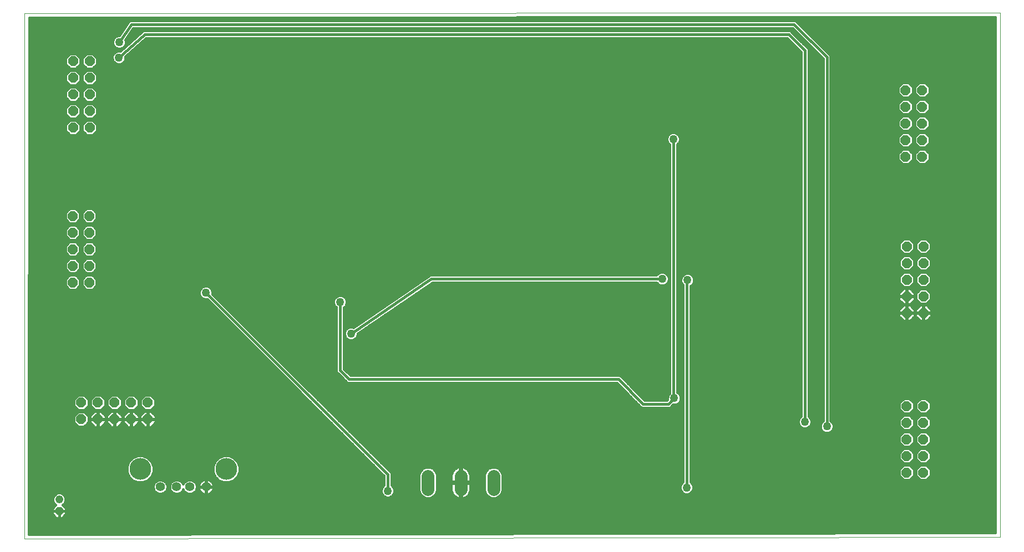
<source format=gbl>
G75*
G70*
%OFA0B0*%
%FSLAX24Y24*%
%IPPOS*%
%LPD*%
%AMOC8*
5,1,8,0,0,1.08239X$1,22.5*
%
%ADD10C,0.0000*%
%ADD11OC8,0.0594*%
%ADD12OC8,0.0480*%
%ADD13C,0.0480*%
%ADD14C,0.1306*%
%ADD15C,0.0554*%
%ADD16C,0.0780*%
%ADD17C,0.0500*%
%ADD18C,0.0160*%
%ADD19C,0.0356*%
D10*
X000170Y000290D02*
X000180Y031900D01*
X058792Y031930D01*
X058792Y000400D01*
X000170Y000290D01*
D11*
X003580Y007490D03*
X004580Y007490D03*
X005580Y007490D03*
X006580Y007490D03*
X007580Y007490D03*
X007580Y008490D03*
X006580Y008490D03*
X005580Y008490D03*
X004580Y008490D03*
X003580Y008490D03*
X004070Y015710D03*
X003070Y015710D03*
X003070Y016710D03*
X004070Y016710D03*
X004070Y017710D03*
X003070Y017710D03*
X003070Y018710D03*
X004070Y018710D03*
X004070Y019710D03*
X003070Y019710D03*
X003090Y025020D03*
X004090Y025020D03*
X004090Y026020D03*
X003090Y026020D03*
X003090Y027020D03*
X004090Y027020D03*
X004090Y028020D03*
X003090Y028020D03*
X003090Y029020D03*
X004090Y029020D03*
X053120Y027280D03*
X054120Y027280D03*
X054120Y026280D03*
X053120Y026280D03*
X053120Y025280D03*
X054120Y025280D03*
X054120Y024280D03*
X053120Y024280D03*
X053120Y023280D03*
X054120Y023280D03*
X054190Y017880D03*
X053190Y017880D03*
X053190Y016880D03*
X054190Y016880D03*
X054190Y015880D03*
X053190Y015880D03*
X053190Y014880D03*
X054190Y014880D03*
X054190Y013880D03*
X053190Y013880D03*
X053180Y008270D03*
X054180Y008270D03*
X054180Y007270D03*
X053180Y007270D03*
X053180Y006270D03*
X054180Y006270D03*
X054180Y005270D03*
X053180Y005270D03*
X053180Y004270D03*
X054180Y004270D03*
D12*
X002260Y001960D03*
D13*
X002260Y002660D03*
D14*
X007123Y004487D03*
X012297Y004487D03*
D15*
X011088Y003420D03*
X010104Y003420D03*
X009316Y003420D03*
X008332Y003420D03*
D16*
X024420Y003280D02*
X024420Y004060D01*
X026390Y004060D02*
X026390Y003280D01*
X028360Y003280D02*
X028360Y004060D01*
D17*
X028860Y006980D03*
X032830Y010820D03*
X039220Y008750D03*
X047060Y007330D03*
X048390Y007050D03*
X039960Y003380D03*
X022010Y003180D03*
X013280Y007430D03*
X019790Y012640D03*
X019150Y014540D03*
X017460Y014870D03*
X011080Y015090D03*
X021390Y021550D03*
X024890Y019880D03*
X027440Y023480D03*
X020330Y025400D03*
X013540Y022940D03*
X005850Y029240D03*
X005870Y030160D03*
X032490Y016760D03*
X033590Y015240D03*
X038490Y015920D03*
X040020Y015850D03*
X039160Y024330D03*
X036600Y024350D03*
D18*
X038760Y024372D02*
X000458Y024372D01*
X000458Y024214D02*
X038775Y024214D01*
X038760Y024250D02*
X038821Y024103D01*
X038930Y023994D01*
X038930Y009026D01*
X038881Y008977D01*
X038820Y008830D01*
X038820Y008675D01*
X038785Y008640D01*
X037445Y008640D01*
X035955Y010130D01*
X019765Y010130D01*
X019380Y010515D01*
X019380Y014204D01*
X019489Y014313D01*
X019550Y014460D01*
X019550Y014620D01*
X019489Y014767D01*
X019377Y014879D01*
X019230Y014940D01*
X019070Y014940D01*
X018923Y014879D01*
X018811Y014767D01*
X018750Y014620D01*
X018750Y014460D01*
X018811Y014313D01*
X018920Y014204D01*
X018920Y010325D01*
X019055Y010190D01*
X019440Y009805D01*
X019440Y009805D01*
X019575Y009670D01*
X035765Y009670D01*
X037120Y008315D01*
X037255Y008180D01*
X038975Y008180D01*
X039145Y008350D01*
X039300Y008350D01*
X039447Y008411D01*
X039559Y008523D01*
X039620Y008670D01*
X039620Y008830D01*
X039559Y008977D01*
X039447Y009089D01*
X039390Y009113D01*
X039390Y023994D01*
X039499Y024103D01*
X039560Y024250D01*
X039560Y024410D01*
X039499Y024557D01*
X039387Y024669D01*
X039240Y024730D01*
X039080Y024730D01*
X038933Y024669D01*
X038821Y024557D01*
X038760Y024410D01*
X038760Y024250D01*
X038869Y024055D02*
X000458Y024055D01*
X000457Y023897D02*
X038930Y023897D01*
X038930Y023738D02*
X000457Y023738D01*
X000457Y023580D02*
X038930Y023580D01*
X038930Y023421D02*
X000457Y023421D01*
X000457Y023263D02*
X038930Y023263D01*
X038930Y023104D02*
X000457Y023104D01*
X000457Y022946D02*
X038930Y022946D01*
X038930Y022787D02*
X000457Y022787D01*
X000457Y022629D02*
X038930Y022629D01*
X038930Y022470D02*
X000457Y022470D01*
X000457Y022312D02*
X038930Y022312D01*
X038930Y022153D02*
X000457Y022153D01*
X000457Y021995D02*
X038930Y021995D01*
X038930Y021836D02*
X000457Y021836D01*
X000457Y021678D02*
X038930Y021678D01*
X038930Y021519D02*
X000457Y021519D01*
X000457Y021361D02*
X038930Y021361D01*
X038930Y021202D02*
X000457Y021202D01*
X000457Y021044D02*
X038930Y021044D01*
X038930Y020885D02*
X000457Y020885D01*
X000456Y020727D02*
X038930Y020727D01*
X038930Y020568D02*
X000456Y020568D01*
X000456Y020410D02*
X038930Y020410D01*
X038930Y020251D02*
X000456Y020251D01*
X000456Y020093D02*
X002821Y020093D01*
X002885Y020157D02*
X002623Y019895D01*
X002623Y019525D01*
X002885Y019263D01*
X003255Y019263D01*
X003517Y019525D01*
X003517Y019895D01*
X003255Y020157D01*
X002885Y020157D01*
X002662Y019934D02*
X000456Y019934D01*
X000456Y019776D02*
X002623Y019776D01*
X002623Y019617D02*
X000456Y019617D01*
X000456Y019459D02*
X002690Y019459D01*
X002848Y019300D02*
X000456Y019300D01*
X000456Y019142D02*
X002870Y019142D01*
X002885Y019157D02*
X002623Y018895D01*
X002623Y018525D01*
X002885Y018263D01*
X003255Y018263D01*
X003517Y018525D01*
X003517Y018895D01*
X003255Y019157D01*
X002885Y019157D01*
X002711Y018983D02*
X000456Y018983D01*
X000456Y018825D02*
X002623Y018825D01*
X002623Y018666D02*
X000456Y018666D01*
X000456Y018508D02*
X002641Y018508D01*
X002799Y018349D02*
X000456Y018349D01*
X000456Y018191D02*
X038930Y018191D01*
X038930Y018349D02*
X004341Y018349D01*
X004255Y018263D02*
X004517Y018525D01*
X004517Y018895D01*
X004255Y019157D01*
X003885Y019157D01*
X003623Y018895D01*
X003623Y018525D01*
X003885Y018263D01*
X004255Y018263D01*
X004255Y018157D02*
X003885Y018157D01*
X003623Y017895D01*
X003623Y017525D01*
X003885Y017263D01*
X004255Y017263D01*
X004517Y017525D01*
X004517Y017895D01*
X004255Y018157D01*
X004380Y018032D02*
X038930Y018032D01*
X038930Y017874D02*
X004517Y017874D01*
X004517Y017715D02*
X038930Y017715D01*
X038930Y017557D02*
X004517Y017557D01*
X004390Y017398D02*
X038930Y017398D01*
X038930Y017240D02*
X000455Y017240D01*
X000455Y017398D02*
X002750Y017398D01*
X002623Y017525D02*
X002885Y017263D01*
X003255Y017263D01*
X003517Y017525D01*
X003517Y017895D01*
X003255Y018157D01*
X002885Y018157D01*
X002623Y017895D01*
X002623Y017525D01*
X002623Y017557D02*
X000455Y017557D01*
X000456Y017715D02*
X002623Y017715D01*
X002623Y017874D02*
X000456Y017874D01*
X000456Y018032D02*
X002760Y018032D01*
X003380Y018032D02*
X003760Y018032D01*
X003623Y017874D02*
X003517Y017874D01*
X003517Y017715D02*
X003623Y017715D01*
X003623Y017557D02*
X003517Y017557D01*
X003390Y017398D02*
X003750Y017398D01*
X003885Y017157D02*
X003623Y016895D01*
X003623Y016525D01*
X003885Y016263D01*
X004255Y016263D01*
X004517Y016525D01*
X004517Y016895D01*
X004255Y017157D01*
X003885Y017157D01*
X003809Y017081D02*
X003331Y017081D01*
X003255Y017157D02*
X002885Y017157D01*
X002623Y016895D01*
X002623Y016525D01*
X002885Y016263D01*
X003255Y016263D01*
X003517Y016525D01*
X003517Y016895D01*
X003255Y017157D01*
X003489Y016923D02*
X003651Y016923D01*
X003623Y016764D02*
X003517Y016764D01*
X003517Y016606D02*
X003623Y016606D01*
X003701Y016447D02*
X003439Y016447D01*
X003280Y016289D02*
X003860Y016289D01*
X003885Y016157D02*
X003623Y015895D01*
X003623Y015525D01*
X003885Y015263D01*
X004255Y015263D01*
X004517Y015525D01*
X004517Y015895D01*
X004255Y016157D01*
X003885Y016157D01*
X003858Y016130D02*
X003282Y016130D01*
X003255Y016157D02*
X002885Y016157D01*
X002623Y015895D01*
X002623Y015525D01*
X002885Y015263D01*
X003255Y015263D01*
X003517Y015525D01*
X003517Y015895D01*
X003255Y016157D01*
X003440Y015972D02*
X003700Y015972D01*
X003623Y015813D02*
X003517Y015813D01*
X003517Y015655D02*
X003623Y015655D01*
X003652Y015496D02*
X003488Y015496D01*
X003329Y015338D02*
X003811Y015338D01*
X004329Y015338D02*
X010762Y015338D01*
X010741Y015317D02*
X010680Y015170D01*
X010680Y015010D01*
X010741Y014863D01*
X010853Y014751D01*
X011000Y014690D01*
X011155Y014690D01*
X021780Y004065D01*
X021780Y003516D01*
X021671Y003407D01*
X021610Y003260D01*
X021610Y003100D01*
X021671Y002953D01*
X021783Y002841D01*
X021930Y002780D01*
X022090Y002780D01*
X022237Y002841D01*
X022349Y002953D01*
X022410Y003100D01*
X022410Y003260D01*
X022349Y003407D01*
X022240Y003516D01*
X022240Y004255D01*
X011480Y015015D01*
X011480Y015170D01*
X011419Y015317D01*
X011307Y015429D01*
X011160Y015490D01*
X011000Y015490D01*
X010853Y015429D01*
X010741Y015317D01*
X010684Y015179D02*
X000455Y015179D01*
X000455Y015021D02*
X010680Y015021D01*
X010742Y014862D02*
X000455Y014862D01*
X000455Y014704D02*
X010968Y014704D01*
X011300Y014545D02*
X000455Y014545D01*
X000454Y014387D02*
X011458Y014387D01*
X011617Y014228D02*
X000454Y014228D01*
X000454Y014070D02*
X011775Y014070D01*
X011934Y013911D02*
X000454Y013911D01*
X000454Y013753D02*
X012092Y013753D01*
X012251Y013594D02*
X000454Y013594D01*
X000454Y013436D02*
X012409Y013436D01*
X012568Y013277D02*
X000454Y013277D01*
X000454Y013119D02*
X012726Y013119D01*
X012885Y012960D02*
X000454Y012960D01*
X000454Y012802D02*
X013043Y012802D01*
X013202Y012643D02*
X000454Y012643D01*
X000454Y012485D02*
X013360Y012485D01*
X013519Y012326D02*
X000454Y012326D01*
X000454Y012168D02*
X013677Y012168D01*
X013836Y012009D02*
X000454Y012009D01*
X000454Y011851D02*
X013994Y011851D01*
X014153Y011692D02*
X000454Y011692D01*
X000454Y011534D02*
X014311Y011534D01*
X014470Y011375D02*
X000454Y011375D01*
X000453Y011217D02*
X014628Y011217D01*
X014787Y011058D02*
X000453Y011058D01*
X000453Y010900D02*
X014945Y010900D01*
X015104Y010741D02*
X000453Y010741D01*
X000453Y010583D02*
X015262Y010583D01*
X015421Y010424D02*
X000453Y010424D01*
X000453Y010266D02*
X015579Y010266D01*
X015738Y010107D02*
X000453Y010107D01*
X000453Y009949D02*
X015896Y009949D01*
X016055Y009790D02*
X000453Y009790D01*
X000453Y009632D02*
X016213Y009632D01*
X016372Y009473D02*
X000453Y009473D01*
X000453Y009315D02*
X016530Y009315D01*
X016689Y009156D02*
X000453Y009156D01*
X000453Y008998D02*
X016847Y008998D01*
X017006Y008839D02*
X007863Y008839D01*
X007765Y008937D02*
X007395Y008937D01*
X007133Y008675D01*
X007133Y008305D01*
X007395Y008043D01*
X007765Y008043D01*
X008027Y008305D01*
X008027Y008675D01*
X007765Y008937D01*
X008021Y008681D02*
X017164Y008681D01*
X017323Y008522D02*
X008027Y008522D01*
X008027Y008364D02*
X017481Y008364D01*
X017640Y008205D02*
X007927Y008205D01*
X007768Y008047D02*
X017798Y008047D01*
X017957Y007888D02*
X007856Y007888D01*
X007778Y007967D02*
X007598Y007967D01*
X007598Y007508D01*
X008057Y007508D01*
X008057Y007688D01*
X007778Y007967D01*
X007598Y007888D02*
X007562Y007888D01*
X007562Y007967D02*
X007382Y007967D01*
X007103Y007688D01*
X007103Y007508D01*
X007562Y007508D01*
X007562Y007472D01*
X007598Y007472D01*
X007598Y007508D01*
X007562Y007508D01*
X007562Y007967D01*
X007392Y008047D02*
X006768Y008047D01*
X006765Y008043D02*
X007027Y008305D01*
X007027Y008675D01*
X006765Y008937D01*
X006395Y008937D01*
X006133Y008675D01*
X006133Y008305D01*
X006395Y008043D01*
X006765Y008043D01*
X006778Y007967D02*
X006598Y007967D01*
X006598Y007508D01*
X007057Y007508D01*
X007057Y007688D01*
X006778Y007967D01*
X006856Y007888D02*
X007304Y007888D01*
X007145Y007730D02*
X007015Y007730D01*
X007057Y007571D02*
X007103Y007571D01*
X007103Y007472D02*
X007103Y007292D01*
X007382Y007013D01*
X007562Y007013D01*
X007562Y007472D01*
X007103Y007472D01*
X007057Y007472D02*
X006598Y007472D01*
X006598Y007508D01*
X006562Y007508D01*
X006562Y007472D01*
X006598Y007472D01*
X006598Y007013D01*
X006778Y007013D01*
X007057Y007292D01*
X007057Y007472D01*
X007057Y007413D02*
X007103Y007413D01*
X007142Y007254D02*
X007018Y007254D01*
X006860Y007096D02*
X007300Y007096D01*
X007562Y007096D02*
X007598Y007096D01*
X007598Y007013D02*
X007778Y007013D01*
X008057Y007292D01*
X008057Y007472D01*
X007598Y007472D01*
X007598Y007013D01*
X007598Y007254D02*
X007562Y007254D01*
X007562Y007413D02*
X007598Y007413D01*
X007598Y007571D02*
X007562Y007571D01*
X007562Y007730D02*
X007598Y007730D01*
X008015Y007730D02*
X018115Y007730D01*
X018274Y007571D02*
X008057Y007571D01*
X008057Y007413D02*
X018432Y007413D01*
X018591Y007254D02*
X008018Y007254D01*
X007860Y007096D02*
X018749Y007096D01*
X018908Y006937D02*
X000452Y006937D01*
X000452Y006779D02*
X019066Y006779D01*
X019225Y006620D02*
X000452Y006620D01*
X000452Y006462D02*
X019383Y006462D01*
X019542Y006303D02*
X000452Y006303D01*
X000452Y006145D02*
X019700Y006145D01*
X019859Y005986D02*
X000452Y005986D01*
X000452Y005828D02*
X020017Y005828D01*
X020176Y005669D02*
X000452Y005669D01*
X000452Y005511D02*
X020334Y005511D01*
X020493Y005352D02*
X000452Y005352D01*
X000452Y005194D02*
X006732Y005194D01*
X006669Y005167D02*
X006443Y004942D01*
X006321Y004647D01*
X006321Y004327D01*
X006443Y004032D01*
X006669Y003806D01*
X006964Y003684D01*
X007283Y003684D01*
X007578Y003806D01*
X007804Y004032D01*
X007926Y004327D01*
X007926Y004647D01*
X007804Y004942D01*
X007578Y005167D01*
X007283Y005290D01*
X006964Y005290D01*
X006669Y005167D01*
X006536Y005035D02*
X000451Y005035D01*
X000451Y004877D02*
X006416Y004877D01*
X006350Y004718D02*
X000451Y004718D01*
X000451Y004560D02*
X006321Y004560D01*
X006321Y004401D02*
X000451Y004401D01*
X000451Y004243D02*
X006356Y004243D01*
X006421Y004084D02*
X000451Y004084D01*
X000451Y003926D02*
X006550Y003926D01*
X006764Y003767D02*
X000451Y003767D01*
X000451Y003609D02*
X007948Y003609D01*
X007970Y003662D02*
X007905Y003505D01*
X007905Y003335D01*
X007970Y003178D01*
X008090Y003058D01*
X008247Y002993D01*
X008417Y002993D01*
X008574Y003058D01*
X008694Y003178D01*
X008759Y003335D01*
X008759Y003505D01*
X008694Y003662D01*
X008574Y003782D01*
X008417Y003847D01*
X008247Y003847D01*
X008090Y003782D01*
X007970Y003662D01*
X008075Y003767D02*
X007483Y003767D01*
X007697Y003926D02*
X011723Y003926D01*
X011616Y004032D02*
X011842Y003806D01*
X012137Y003684D01*
X012456Y003684D01*
X012751Y003806D01*
X012977Y004032D01*
X013099Y004327D01*
X013099Y004647D01*
X012977Y004942D01*
X012751Y005167D01*
X012456Y005290D01*
X012137Y005290D01*
X011842Y005167D01*
X011616Y004942D01*
X011494Y004647D01*
X011494Y004327D01*
X011616Y004032D01*
X011595Y004084D02*
X007825Y004084D01*
X007891Y004243D02*
X011529Y004243D01*
X011494Y004401D02*
X007926Y004401D01*
X007926Y004560D02*
X011494Y004560D01*
X011523Y004718D02*
X007897Y004718D01*
X007831Y004877D02*
X011589Y004877D01*
X011709Y005035D02*
X007711Y005035D01*
X007515Y005194D02*
X011905Y005194D01*
X012688Y005194D02*
X020651Y005194D01*
X020810Y005035D02*
X012884Y005035D01*
X013004Y004877D02*
X020968Y004877D01*
X021127Y004718D02*
X013070Y004718D01*
X013099Y004560D02*
X021285Y004560D01*
X021444Y004401D02*
X013099Y004401D01*
X013064Y004243D02*
X021602Y004243D01*
X021761Y004084D02*
X012999Y004084D01*
X012870Y003926D02*
X021780Y003926D01*
X021780Y003767D02*
X012656Y003767D01*
X011937Y003767D02*
X011387Y003767D01*
X011386Y003769D02*
X011328Y003811D01*
X011263Y003844D01*
X011195Y003866D01*
X011124Y003877D01*
X011097Y003877D01*
X011097Y003429D01*
X011545Y003429D01*
X011545Y003456D01*
X011534Y003527D01*
X011512Y003595D01*
X011479Y003660D01*
X011437Y003718D01*
X011386Y003769D01*
X011505Y003609D02*
X021780Y003609D01*
X021714Y003450D02*
X011545Y003450D01*
X011545Y003411D02*
X011097Y003411D01*
X011097Y003429D01*
X011079Y003429D01*
X011079Y003877D01*
X011052Y003877D01*
X010981Y003866D01*
X010912Y003844D01*
X010848Y003811D01*
X010790Y003769D01*
X010739Y003718D01*
X010697Y003660D01*
X010664Y003595D01*
X010642Y003527D01*
X010631Y003456D01*
X010631Y003429D01*
X011079Y003429D01*
X011079Y003411D01*
X011097Y003411D01*
X011097Y002963D01*
X011124Y002963D01*
X011195Y002974D01*
X011263Y002996D01*
X011328Y003029D01*
X011386Y003071D01*
X011437Y003122D01*
X011479Y003180D01*
X011512Y003245D01*
X011534Y003313D01*
X011545Y003384D01*
X011545Y003411D01*
X011527Y003292D02*
X021623Y003292D01*
X021610Y003133D02*
X011445Y003133D01*
X011196Y002975D02*
X021662Y002975D01*
X021844Y002816D02*
X002618Y002816D01*
X002591Y002881D02*
X002481Y002991D01*
X002338Y003050D01*
X002182Y003050D01*
X002039Y002991D01*
X001929Y002881D01*
X001870Y002738D01*
X001870Y002582D01*
X001929Y002439D01*
X002037Y002331D01*
X001840Y002134D01*
X001840Y001960D01*
X002260Y001960D01*
X002680Y001960D01*
X002680Y002134D01*
X002483Y002331D01*
X002591Y002439D01*
X002650Y002582D01*
X002650Y002738D01*
X002591Y002881D01*
X002497Y002975D02*
X010980Y002975D01*
X010981Y002974D02*
X011052Y002963D01*
X011079Y002963D01*
X011079Y003411D01*
X010631Y003411D01*
X010631Y003384D01*
X010642Y003313D01*
X010664Y003245D01*
X010697Y003180D01*
X010739Y003122D01*
X010790Y003071D01*
X010848Y003029D01*
X010912Y002996D01*
X010981Y002974D01*
X011079Y002975D02*
X011097Y002975D01*
X011097Y003133D02*
X011079Y003133D01*
X011079Y003292D02*
X011097Y003292D01*
X011097Y003450D02*
X011079Y003450D01*
X011079Y003609D02*
X011097Y003609D01*
X011097Y003767D02*
X011079Y003767D01*
X010788Y003767D02*
X010361Y003767D01*
X010346Y003782D02*
X010189Y003847D01*
X010019Y003847D01*
X009862Y003782D01*
X009742Y003662D01*
X009710Y003586D01*
X009678Y003662D01*
X009558Y003782D01*
X009401Y003847D01*
X009231Y003847D01*
X009074Y003782D01*
X008954Y003662D01*
X008889Y003505D01*
X008889Y003335D01*
X008954Y003178D01*
X009074Y003058D01*
X009231Y002993D01*
X009401Y002993D01*
X009558Y003058D01*
X009678Y003178D01*
X009710Y003254D01*
X009742Y003178D01*
X009862Y003058D01*
X010019Y002993D01*
X010189Y002993D01*
X010346Y003058D01*
X010466Y003178D01*
X010531Y003335D01*
X010531Y003505D01*
X010466Y003662D01*
X010346Y003782D01*
X010488Y003609D02*
X010671Y003609D01*
X010631Y003450D02*
X010531Y003450D01*
X010513Y003292D02*
X010649Y003292D01*
X010731Y003133D02*
X010421Y003133D01*
X009787Y003133D02*
X009633Y003133D01*
X008999Y003133D02*
X008649Y003133D01*
X008741Y003292D02*
X008907Y003292D01*
X008889Y003450D02*
X008759Y003450D01*
X008716Y003609D02*
X008932Y003609D01*
X009059Y003767D02*
X008589Y003767D01*
X007905Y003450D02*
X000451Y003450D01*
X000451Y003292D02*
X007923Y003292D01*
X008015Y003133D02*
X000451Y003133D01*
X000451Y002975D02*
X002023Y002975D01*
X001902Y002816D02*
X000451Y002816D01*
X000451Y002658D02*
X001870Y002658D01*
X001905Y002499D02*
X000451Y002499D01*
X000451Y002341D02*
X002028Y002341D01*
X001888Y002182D02*
X000451Y002182D01*
X000451Y002024D02*
X001840Y002024D01*
X001840Y001960D02*
X001840Y001786D01*
X002086Y001540D01*
X002260Y001540D01*
X002434Y001540D01*
X002680Y001786D01*
X002680Y001960D01*
X002260Y001960D01*
X002260Y001960D01*
X002260Y001960D01*
X002260Y001540D01*
X002260Y001960D01*
X002260Y001960D01*
X001840Y001960D01*
X001840Y001865D02*
X000450Y001865D01*
X000450Y001707D02*
X001920Y001707D01*
X002078Y001548D02*
X000450Y001548D01*
X000450Y001390D02*
X058512Y001390D01*
X058512Y001548D02*
X002442Y001548D01*
X002260Y001548D02*
X002260Y001548D01*
X002260Y001707D02*
X002260Y001707D01*
X002260Y001865D02*
X002260Y001865D01*
X002600Y001707D02*
X058512Y001707D01*
X058512Y001865D02*
X002680Y001865D01*
X002680Y002024D02*
X058512Y002024D01*
X058512Y002182D02*
X002632Y002182D01*
X002492Y002341D02*
X058512Y002341D01*
X058512Y002499D02*
X002615Y002499D01*
X002650Y002658D02*
X058512Y002658D01*
X058512Y002816D02*
X028651Y002816D01*
X028666Y002822D02*
X028818Y002974D01*
X028900Y003173D01*
X028900Y004167D01*
X028818Y004366D01*
X028666Y004518D01*
X028467Y004600D01*
X028253Y004600D01*
X028054Y004518D01*
X027902Y004366D01*
X027820Y004167D01*
X027820Y003173D01*
X027902Y002974D01*
X028054Y002822D01*
X028253Y002740D01*
X028467Y002740D01*
X028666Y002822D01*
X028818Y002975D02*
X058512Y002975D01*
X058512Y003133D02*
X040279Y003133D01*
X040299Y003153D02*
X040360Y003300D01*
X040360Y003460D01*
X040299Y003607D01*
X040190Y003716D01*
X040190Y015487D01*
X040247Y015511D01*
X040359Y015623D01*
X040420Y015770D01*
X040420Y015930D01*
X040359Y016077D01*
X040247Y016189D01*
X040100Y016250D01*
X039940Y016250D01*
X039793Y016189D01*
X039681Y016077D01*
X039620Y015930D01*
X039620Y015770D01*
X039681Y015623D01*
X039730Y015574D01*
X039730Y003716D01*
X039621Y003607D01*
X039560Y003460D01*
X039560Y003300D01*
X039621Y003153D01*
X039733Y003041D01*
X039880Y002980D01*
X040040Y002980D01*
X040187Y003041D01*
X040299Y003153D01*
X040356Y003292D02*
X058512Y003292D01*
X058512Y003450D02*
X040360Y003450D01*
X040297Y003609D02*
X058512Y003609D01*
X058512Y003767D02*
X040190Y003767D01*
X040190Y003926D02*
X052893Y003926D01*
X052995Y003823D02*
X053365Y003823D01*
X053627Y004085D01*
X053627Y004455D01*
X053365Y004717D01*
X052995Y004717D01*
X052733Y004455D01*
X052733Y004085D01*
X052995Y003823D01*
X052734Y004084D02*
X040190Y004084D01*
X040190Y004243D02*
X052733Y004243D01*
X052733Y004401D02*
X040190Y004401D01*
X040190Y004560D02*
X052838Y004560D01*
X052995Y004823D02*
X053365Y004823D01*
X053627Y005085D01*
X053627Y005455D01*
X053365Y005717D01*
X052995Y005717D01*
X052733Y005455D01*
X052733Y005085D01*
X052995Y004823D01*
X052942Y004877D02*
X040190Y004877D01*
X040190Y005035D02*
X052783Y005035D01*
X052733Y005194D02*
X040190Y005194D01*
X040190Y005352D02*
X052733Y005352D01*
X052789Y005511D02*
X040190Y005511D01*
X040190Y005669D02*
X052947Y005669D01*
X052995Y005823D02*
X052733Y006085D01*
X052733Y006455D01*
X052995Y006717D01*
X053365Y006717D01*
X053627Y006455D01*
X053627Y006085D01*
X053365Y005823D01*
X052995Y005823D01*
X052991Y005828D02*
X040190Y005828D01*
X040190Y005986D02*
X052832Y005986D01*
X052733Y006145D02*
X040190Y006145D01*
X040190Y006303D02*
X052733Y006303D01*
X052740Y006462D02*
X040190Y006462D01*
X040190Y006620D02*
X052898Y006620D01*
X052995Y006823D02*
X052733Y007085D01*
X052733Y007455D01*
X052995Y007717D01*
X053365Y007717D01*
X053627Y007455D01*
X053627Y007085D01*
X053365Y006823D01*
X052995Y006823D01*
X052881Y006937D02*
X048776Y006937D01*
X048790Y006970D02*
X048729Y006823D01*
X048617Y006711D01*
X048470Y006650D01*
X048310Y006650D01*
X048163Y006711D01*
X048051Y006823D01*
X047990Y006970D01*
X047990Y007130D01*
X048051Y007277D01*
X048160Y007386D01*
X048160Y029165D01*
X046325Y031000D01*
X006712Y031000D01*
X006244Y030303D01*
X006270Y030240D01*
X006270Y030080D01*
X006209Y029933D01*
X006097Y029821D01*
X005950Y029760D01*
X005790Y029760D01*
X005643Y029821D01*
X005531Y029933D01*
X005470Y030080D01*
X005470Y030240D01*
X005531Y030387D01*
X005643Y030499D01*
X005790Y030560D01*
X005862Y030560D01*
X006360Y031300D01*
X006360Y031325D01*
X006412Y031377D01*
X006452Y031437D01*
X006477Y031442D01*
X006495Y031460D01*
X006568Y031460D01*
X006639Y031474D01*
X006660Y031460D01*
X046515Y031460D01*
X046650Y031325D01*
X048620Y029355D01*
X048620Y007386D01*
X048729Y007277D01*
X048790Y007130D01*
X048790Y006970D01*
X048790Y007096D02*
X052733Y007096D01*
X052733Y007254D02*
X048738Y007254D01*
X048620Y007413D02*
X052733Y007413D01*
X052849Y007571D02*
X048620Y007571D01*
X048620Y007730D02*
X058512Y007730D01*
X058512Y007888D02*
X054430Y007888D01*
X054365Y007823D02*
X054627Y008085D01*
X054627Y008455D01*
X054365Y008717D01*
X053995Y008717D01*
X053733Y008455D01*
X053733Y008085D01*
X053995Y007823D01*
X054365Y007823D01*
X054365Y007717D02*
X053995Y007717D01*
X053733Y007455D01*
X053733Y007085D01*
X053995Y006823D01*
X054365Y006823D01*
X054627Y007085D01*
X054627Y007455D01*
X054365Y007717D01*
X054511Y007571D02*
X058512Y007571D01*
X058512Y007413D02*
X054627Y007413D01*
X054627Y007254D02*
X058512Y007254D01*
X058512Y007096D02*
X054627Y007096D01*
X054479Y006937D02*
X058512Y006937D01*
X058512Y006779D02*
X048684Y006779D01*
X048390Y007050D02*
X048390Y029260D01*
X046420Y031230D01*
X006590Y031230D01*
X005870Y030160D01*
X006195Y029920D02*
X006264Y029920D01*
X006269Y030078D02*
X006441Y030078D01*
X006270Y030237D02*
X006617Y030237D01*
X006794Y030395D02*
X006305Y030395D01*
X006412Y030554D02*
X006971Y030554D01*
X007148Y030712D02*
X006519Y030712D01*
X006625Y030871D02*
X046454Y030871D01*
X046340Y030715D02*
X046205Y030850D01*
X007396Y030850D01*
X007307Y030855D01*
X007302Y030850D01*
X007295Y030850D01*
X007232Y030787D01*
X005945Y029634D01*
X005930Y029640D01*
X005770Y029640D01*
X005623Y029579D01*
X005511Y029467D01*
X005450Y029320D01*
X005450Y029160D01*
X005511Y029013D01*
X005623Y028901D01*
X005770Y028840D01*
X005930Y028840D01*
X006077Y028901D01*
X006189Y029013D01*
X006250Y029160D01*
X006250Y029290D01*
X007478Y030390D01*
X046015Y030390D01*
X046830Y029575D01*
X046830Y007666D01*
X046721Y007557D01*
X046660Y007410D01*
X046660Y007250D01*
X046721Y007103D01*
X046833Y006991D01*
X046980Y006930D01*
X047140Y006930D01*
X047287Y006991D01*
X047399Y007103D01*
X047460Y007250D01*
X047460Y007410D01*
X047399Y007557D01*
X047290Y007666D01*
X047290Y029765D01*
X046340Y030715D01*
X046343Y030712D02*
X046613Y030712D01*
X046502Y030554D02*
X046771Y030554D01*
X046660Y030395D02*
X046930Y030395D01*
X046819Y030237D02*
X047088Y030237D01*
X046977Y030078D02*
X047247Y030078D01*
X047136Y029920D02*
X047405Y029920D01*
X047290Y029761D02*
X047564Y029761D01*
X047722Y029603D02*
X047290Y029603D01*
X047290Y029444D02*
X047881Y029444D01*
X048039Y029286D02*
X047290Y029286D01*
X047290Y029127D02*
X048160Y029127D01*
X048160Y028969D02*
X047290Y028969D01*
X047290Y028810D02*
X048160Y028810D01*
X048160Y028652D02*
X047290Y028652D01*
X047290Y028493D02*
X048160Y028493D01*
X048160Y028335D02*
X047290Y028335D01*
X047290Y028176D02*
X048160Y028176D01*
X048160Y028018D02*
X047290Y028018D01*
X047290Y027859D02*
X048160Y027859D01*
X048160Y027701D02*
X047290Y027701D01*
X047290Y027542D02*
X048160Y027542D01*
X048160Y027384D02*
X047290Y027384D01*
X047290Y027225D02*
X048160Y027225D01*
X048160Y027067D02*
X047290Y027067D01*
X047290Y026908D02*
X048160Y026908D01*
X048160Y026750D02*
X047290Y026750D01*
X047290Y026591D02*
X048160Y026591D01*
X048160Y026433D02*
X047290Y026433D01*
X047290Y026274D02*
X048160Y026274D01*
X048160Y026116D02*
X047290Y026116D01*
X047290Y025957D02*
X048160Y025957D01*
X048160Y025799D02*
X047290Y025799D01*
X047290Y025640D02*
X048160Y025640D01*
X048160Y025482D02*
X047290Y025482D01*
X047290Y025323D02*
X048160Y025323D01*
X048160Y025165D02*
X047290Y025165D01*
X047290Y025006D02*
X048160Y025006D01*
X048160Y024848D02*
X047290Y024848D01*
X047290Y024689D02*
X048160Y024689D01*
X048160Y024531D02*
X047290Y024531D01*
X047290Y024372D02*
X048160Y024372D01*
X048160Y024214D02*
X047290Y024214D01*
X047290Y024055D02*
X048160Y024055D01*
X048160Y023897D02*
X047290Y023897D01*
X047290Y023738D02*
X048160Y023738D01*
X048160Y023580D02*
X047290Y023580D01*
X047290Y023421D02*
X048160Y023421D01*
X048160Y023263D02*
X047290Y023263D01*
X047290Y023104D02*
X048160Y023104D01*
X048160Y022946D02*
X047290Y022946D01*
X047290Y022787D02*
X048160Y022787D01*
X048160Y022629D02*
X047290Y022629D01*
X047290Y022470D02*
X048160Y022470D01*
X048160Y022312D02*
X047290Y022312D01*
X047290Y022153D02*
X048160Y022153D01*
X048160Y021995D02*
X047290Y021995D01*
X047290Y021836D02*
X048160Y021836D01*
X048160Y021678D02*
X047290Y021678D01*
X047290Y021519D02*
X048160Y021519D01*
X048160Y021361D02*
X047290Y021361D01*
X047290Y021202D02*
X048160Y021202D01*
X048160Y021044D02*
X047290Y021044D01*
X047290Y020885D02*
X048160Y020885D01*
X048160Y020727D02*
X047290Y020727D01*
X047290Y020568D02*
X048160Y020568D01*
X048160Y020410D02*
X047290Y020410D01*
X047290Y020251D02*
X048160Y020251D01*
X048160Y020093D02*
X047290Y020093D01*
X047290Y019934D02*
X048160Y019934D01*
X048160Y019776D02*
X047290Y019776D01*
X047290Y019617D02*
X048160Y019617D01*
X048160Y019459D02*
X047290Y019459D01*
X047290Y019300D02*
X048160Y019300D01*
X048160Y019142D02*
X047290Y019142D01*
X047290Y018983D02*
X048160Y018983D01*
X048160Y018825D02*
X047290Y018825D01*
X047290Y018666D02*
X048160Y018666D01*
X048160Y018508D02*
X047290Y018508D01*
X047290Y018349D02*
X048160Y018349D01*
X048160Y018191D02*
X047290Y018191D01*
X047290Y018032D02*
X048160Y018032D01*
X048160Y017874D02*
X047290Y017874D01*
X047290Y017715D02*
X048160Y017715D01*
X048160Y017557D02*
X047290Y017557D01*
X047290Y017398D02*
X048160Y017398D01*
X048160Y017240D02*
X047290Y017240D01*
X047290Y017081D02*
X048160Y017081D01*
X048160Y016923D02*
X047290Y016923D01*
X047290Y016764D02*
X048160Y016764D01*
X048160Y016606D02*
X047290Y016606D01*
X047290Y016447D02*
X048160Y016447D01*
X048160Y016289D02*
X047290Y016289D01*
X047290Y016130D02*
X048160Y016130D01*
X048160Y015972D02*
X047290Y015972D01*
X047290Y015813D02*
X048160Y015813D01*
X048160Y015655D02*
X047290Y015655D01*
X047290Y015496D02*
X048160Y015496D01*
X048160Y015338D02*
X047290Y015338D01*
X047290Y015179D02*
X048160Y015179D01*
X048160Y015021D02*
X047290Y015021D01*
X047290Y014862D02*
X048160Y014862D01*
X048160Y014704D02*
X047290Y014704D01*
X047290Y014545D02*
X048160Y014545D01*
X048160Y014387D02*
X047290Y014387D01*
X047290Y014228D02*
X048160Y014228D01*
X048160Y014070D02*
X047290Y014070D01*
X047290Y013911D02*
X048160Y013911D01*
X048160Y013753D02*
X047290Y013753D01*
X047290Y013594D02*
X048160Y013594D01*
X048160Y013436D02*
X047290Y013436D01*
X047290Y013277D02*
X048160Y013277D01*
X048160Y013119D02*
X047290Y013119D01*
X047290Y012960D02*
X048160Y012960D01*
X048160Y012802D02*
X047290Y012802D01*
X047290Y012643D02*
X048160Y012643D01*
X048160Y012485D02*
X047290Y012485D01*
X047290Y012326D02*
X048160Y012326D01*
X048160Y012168D02*
X047290Y012168D01*
X047290Y012009D02*
X048160Y012009D01*
X048160Y011851D02*
X047290Y011851D01*
X047290Y011692D02*
X048160Y011692D01*
X048160Y011534D02*
X047290Y011534D01*
X047290Y011375D02*
X048160Y011375D01*
X048160Y011217D02*
X047290Y011217D01*
X047290Y011058D02*
X048160Y011058D01*
X048160Y010900D02*
X047290Y010900D01*
X047290Y010741D02*
X048160Y010741D01*
X048160Y010583D02*
X047290Y010583D01*
X047290Y010424D02*
X048160Y010424D01*
X048160Y010266D02*
X047290Y010266D01*
X047290Y010107D02*
X048160Y010107D01*
X048160Y009949D02*
X047290Y009949D01*
X047290Y009790D02*
X048160Y009790D01*
X048160Y009632D02*
X047290Y009632D01*
X047290Y009473D02*
X048160Y009473D01*
X048160Y009315D02*
X047290Y009315D01*
X047290Y009156D02*
X048160Y009156D01*
X048160Y008998D02*
X047290Y008998D01*
X047290Y008839D02*
X048160Y008839D01*
X048160Y008681D02*
X047290Y008681D01*
X047290Y008522D02*
X048160Y008522D01*
X048160Y008364D02*
X047290Y008364D01*
X047290Y008205D02*
X048160Y008205D01*
X048160Y008047D02*
X047290Y008047D01*
X047290Y007888D02*
X048160Y007888D01*
X048160Y007730D02*
X047290Y007730D01*
X047385Y007571D02*
X048160Y007571D01*
X048160Y007413D02*
X047459Y007413D01*
X047460Y007254D02*
X048042Y007254D01*
X047990Y007096D02*
X047391Y007096D01*
X047156Y006937D02*
X048004Y006937D01*
X048096Y006779D02*
X040190Y006779D01*
X040190Y006937D02*
X046964Y006937D01*
X046729Y007096D02*
X040190Y007096D01*
X040190Y007254D02*
X046660Y007254D01*
X046661Y007413D02*
X040190Y007413D01*
X040190Y007571D02*
X046735Y007571D01*
X046830Y007730D02*
X040190Y007730D01*
X040190Y007888D02*
X046830Y007888D01*
X046830Y008047D02*
X040190Y008047D01*
X040190Y008205D02*
X046830Y008205D01*
X046830Y008364D02*
X040190Y008364D01*
X040190Y008522D02*
X046830Y008522D01*
X046830Y008681D02*
X040190Y008681D01*
X040190Y008839D02*
X046830Y008839D01*
X046830Y008998D02*
X040190Y008998D01*
X040190Y009156D02*
X046830Y009156D01*
X046830Y009315D02*
X040190Y009315D01*
X040190Y009473D02*
X046830Y009473D01*
X046830Y009632D02*
X040190Y009632D01*
X040190Y009790D02*
X046830Y009790D01*
X046830Y009949D02*
X040190Y009949D01*
X040190Y010107D02*
X046830Y010107D01*
X046830Y010266D02*
X040190Y010266D01*
X040190Y010424D02*
X046830Y010424D01*
X046830Y010583D02*
X040190Y010583D01*
X040190Y010741D02*
X046830Y010741D01*
X046830Y010900D02*
X040190Y010900D01*
X040190Y011058D02*
X046830Y011058D01*
X046830Y011217D02*
X040190Y011217D01*
X040190Y011375D02*
X046830Y011375D01*
X046830Y011534D02*
X040190Y011534D01*
X040190Y011692D02*
X046830Y011692D01*
X046830Y011851D02*
X040190Y011851D01*
X040190Y012009D02*
X046830Y012009D01*
X046830Y012168D02*
X040190Y012168D01*
X040190Y012326D02*
X046830Y012326D01*
X046830Y012485D02*
X040190Y012485D01*
X040190Y012643D02*
X046830Y012643D01*
X046830Y012802D02*
X040190Y012802D01*
X040190Y012960D02*
X046830Y012960D01*
X046830Y013119D02*
X040190Y013119D01*
X040190Y013277D02*
X046830Y013277D01*
X046830Y013436D02*
X040190Y013436D01*
X040190Y013594D02*
X046830Y013594D01*
X046830Y013753D02*
X040190Y013753D01*
X040190Y013911D02*
X046830Y013911D01*
X046830Y014070D02*
X040190Y014070D01*
X040190Y014228D02*
X046830Y014228D01*
X046830Y014387D02*
X040190Y014387D01*
X040190Y014545D02*
X046830Y014545D01*
X046830Y014704D02*
X040190Y014704D01*
X040190Y014862D02*
X046830Y014862D01*
X046830Y015021D02*
X040190Y015021D01*
X040190Y015179D02*
X046830Y015179D01*
X046830Y015338D02*
X040190Y015338D01*
X040211Y015496D02*
X046830Y015496D01*
X046830Y015655D02*
X040372Y015655D01*
X040420Y015813D02*
X046830Y015813D01*
X046830Y015972D02*
X040403Y015972D01*
X040306Y016130D02*
X046830Y016130D01*
X046830Y016289D02*
X039390Y016289D01*
X039390Y016447D02*
X046830Y016447D01*
X046830Y016606D02*
X039390Y016606D01*
X039390Y016764D02*
X046830Y016764D01*
X046830Y016923D02*
X039390Y016923D01*
X039390Y017081D02*
X046830Y017081D01*
X046830Y017240D02*
X039390Y017240D01*
X039390Y017398D02*
X046830Y017398D01*
X046830Y017557D02*
X039390Y017557D01*
X039390Y017715D02*
X046830Y017715D01*
X046830Y017874D02*
X039390Y017874D01*
X039390Y018032D02*
X046830Y018032D01*
X046830Y018191D02*
X039390Y018191D01*
X039390Y018349D02*
X046830Y018349D01*
X046830Y018508D02*
X039390Y018508D01*
X039390Y018666D02*
X046830Y018666D01*
X046830Y018825D02*
X039390Y018825D01*
X039390Y018983D02*
X046830Y018983D01*
X046830Y019142D02*
X039390Y019142D01*
X039390Y019300D02*
X046830Y019300D01*
X046830Y019459D02*
X039390Y019459D01*
X039390Y019617D02*
X046830Y019617D01*
X046830Y019776D02*
X039390Y019776D01*
X039390Y019934D02*
X046830Y019934D01*
X046830Y020093D02*
X039390Y020093D01*
X039390Y020251D02*
X046830Y020251D01*
X046830Y020410D02*
X039390Y020410D01*
X039390Y020568D02*
X046830Y020568D01*
X046830Y020727D02*
X039390Y020727D01*
X039390Y020885D02*
X046830Y020885D01*
X046830Y021044D02*
X039390Y021044D01*
X039390Y021202D02*
X046830Y021202D01*
X046830Y021361D02*
X039390Y021361D01*
X039390Y021519D02*
X046830Y021519D01*
X046830Y021678D02*
X039390Y021678D01*
X039390Y021836D02*
X046830Y021836D01*
X046830Y021995D02*
X039390Y021995D01*
X039390Y022153D02*
X046830Y022153D01*
X046830Y022312D02*
X039390Y022312D01*
X039390Y022470D02*
X046830Y022470D01*
X046830Y022629D02*
X039390Y022629D01*
X039390Y022787D02*
X046830Y022787D01*
X046830Y022946D02*
X039390Y022946D01*
X039390Y023104D02*
X046830Y023104D01*
X046830Y023263D02*
X039390Y023263D01*
X039390Y023421D02*
X046830Y023421D01*
X046830Y023580D02*
X039390Y023580D01*
X039390Y023738D02*
X046830Y023738D01*
X046830Y023897D02*
X039390Y023897D01*
X039451Y024055D02*
X046830Y024055D01*
X046830Y024214D02*
X039545Y024214D01*
X039560Y024372D02*
X046830Y024372D01*
X046830Y024531D02*
X039510Y024531D01*
X039338Y024689D02*
X046830Y024689D01*
X046830Y024848D02*
X004537Y024848D01*
X004537Y024835D02*
X004275Y024573D01*
X003905Y024573D01*
X003643Y024835D01*
X003643Y025205D01*
X003905Y025467D01*
X004275Y025467D01*
X004537Y025205D01*
X004537Y024835D01*
X004537Y025006D02*
X046830Y025006D01*
X046830Y025165D02*
X004537Y025165D01*
X004419Y025323D02*
X046830Y025323D01*
X046830Y025482D02*
X000458Y025482D01*
X000458Y025640D02*
X002838Y025640D01*
X002905Y025573D02*
X003275Y025573D01*
X003537Y025835D01*
X003537Y026205D01*
X003275Y026467D01*
X002905Y026467D01*
X002643Y026205D01*
X002643Y025835D01*
X002905Y025573D01*
X002905Y025467D02*
X002643Y025205D01*
X002643Y024835D01*
X002905Y024573D01*
X003275Y024573D01*
X003537Y024835D01*
X003537Y025205D01*
X003275Y025467D01*
X002905Y025467D01*
X002761Y025323D02*
X000458Y025323D01*
X000458Y025165D02*
X002643Y025165D01*
X002643Y025006D02*
X000458Y025006D01*
X000458Y024848D02*
X002643Y024848D01*
X002789Y024689D02*
X000458Y024689D01*
X000458Y024531D02*
X038810Y024531D01*
X038982Y024689D02*
X004391Y024689D01*
X003789Y024689D02*
X003391Y024689D01*
X003537Y024848D02*
X003643Y024848D01*
X003643Y025006D02*
X003537Y025006D01*
X003537Y025165D02*
X003643Y025165D01*
X003761Y025323D02*
X003419Y025323D01*
X003342Y025640D02*
X003838Y025640D01*
X003905Y025573D02*
X004275Y025573D01*
X004537Y025835D01*
X004537Y026205D01*
X004275Y026467D01*
X003905Y026467D01*
X003643Y026205D01*
X003643Y025835D01*
X003905Y025573D01*
X003680Y025799D02*
X003500Y025799D01*
X003537Y025957D02*
X003643Y025957D01*
X003643Y026116D02*
X003537Y026116D01*
X003468Y026274D02*
X003712Y026274D01*
X003871Y026433D02*
X003309Y026433D01*
X003275Y026573D02*
X003537Y026835D01*
X003537Y027205D01*
X003275Y027467D01*
X002905Y027467D01*
X002643Y027205D01*
X002643Y026835D01*
X002905Y026573D01*
X003275Y026573D01*
X003293Y026591D02*
X003887Y026591D01*
X003905Y026573D02*
X004275Y026573D01*
X004537Y026835D01*
X004537Y027205D01*
X004275Y027467D01*
X003905Y027467D01*
X003643Y027205D01*
X003643Y026835D01*
X003905Y026573D01*
X003729Y026750D02*
X003451Y026750D01*
X003537Y026908D02*
X003643Y026908D01*
X003643Y027067D02*
X003537Y027067D01*
X003517Y027225D02*
X003663Y027225D01*
X003822Y027384D02*
X003358Y027384D01*
X003275Y027573D02*
X003537Y027835D01*
X003537Y028205D01*
X003275Y028467D01*
X002905Y028467D01*
X002643Y028205D01*
X002643Y027835D01*
X002905Y027573D01*
X003275Y027573D01*
X003402Y027701D02*
X003778Y027701D01*
X003905Y027573D02*
X003643Y027835D01*
X003643Y028205D01*
X003905Y028467D01*
X004275Y028467D01*
X004537Y028205D01*
X004537Y027835D01*
X004275Y027573D01*
X003905Y027573D01*
X003643Y027859D02*
X003537Y027859D01*
X003537Y028018D02*
X003643Y028018D01*
X003643Y028176D02*
X003537Y028176D01*
X003407Y028335D02*
X003773Y028335D01*
X003905Y028573D02*
X004275Y028573D01*
X004537Y028835D01*
X004537Y029205D01*
X004275Y029467D01*
X003905Y029467D01*
X003643Y029205D01*
X003643Y028835D01*
X003905Y028573D01*
X003827Y028652D02*
X003353Y028652D01*
X003275Y028573D02*
X003537Y028835D01*
X003537Y029205D01*
X003275Y029467D01*
X002905Y029467D01*
X002643Y029205D01*
X002643Y028835D01*
X002905Y028573D01*
X003275Y028573D01*
X003512Y028810D02*
X003668Y028810D01*
X003643Y028969D02*
X003537Y028969D01*
X003537Y029127D02*
X003643Y029127D01*
X003724Y029286D02*
X003456Y029286D01*
X003298Y029444D02*
X003882Y029444D01*
X004298Y029444D02*
X005502Y029444D01*
X005450Y029286D02*
X004456Y029286D01*
X004537Y029127D02*
X005464Y029127D01*
X005556Y028969D02*
X004537Y028969D01*
X004512Y028810D02*
X046830Y028810D01*
X046830Y028652D02*
X004353Y028652D01*
X004407Y028335D02*
X046830Y028335D01*
X046830Y028493D02*
X000459Y028493D01*
X000459Y028335D02*
X002773Y028335D01*
X002643Y028176D02*
X000459Y028176D01*
X000459Y028018D02*
X002643Y028018D01*
X002643Y027859D02*
X000459Y027859D01*
X000459Y027701D02*
X002778Y027701D01*
X002822Y027384D02*
X000459Y027384D01*
X000459Y027542D02*
X046830Y027542D01*
X046830Y027384D02*
X004358Y027384D01*
X004517Y027225D02*
X046830Y027225D01*
X046830Y027067D02*
X004537Y027067D01*
X004537Y026908D02*
X046830Y026908D01*
X046830Y026750D02*
X004451Y026750D01*
X004293Y026591D02*
X046830Y026591D01*
X046830Y026433D02*
X004309Y026433D01*
X004468Y026274D02*
X046830Y026274D01*
X046830Y026116D02*
X004537Y026116D01*
X004537Y025957D02*
X046830Y025957D01*
X046830Y025799D02*
X004500Y025799D01*
X004342Y025640D02*
X046830Y025640D01*
X048620Y025640D02*
X052848Y025640D01*
X052935Y025727D02*
X052673Y025465D01*
X052673Y025095D01*
X052935Y024833D01*
X053305Y024833D01*
X053567Y025095D01*
X053567Y025465D01*
X053305Y025727D01*
X052935Y025727D01*
X052935Y025833D02*
X053305Y025833D01*
X053567Y026095D01*
X053567Y026465D01*
X053305Y026727D01*
X052935Y026727D01*
X052673Y026465D01*
X052673Y026095D01*
X052935Y025833D01*
X052811Y025957D02*
X048620Y025957D01*
X048620Y025799D02*
X058512Y025799D01*
X058512Y025957D02*
X054429Y025957D01*
X054305Y025833D02*
X054567Y026095D01*
X054567Y026465D01*
X054305Y026727D01*
X053935Y026727D01*
X053673Y026465D01*
X053673Y026095D01*
X053935Y025833D01*
X054305Y025833D01*
X054305Y025727D02*
X053935Y025727D01*
X053673Y025465D01*
X053673Y025095D01*
X053935Y024833D01*
X054305Y024833D01*
X054567Y025095D01*
X054567Y025465D01*
X054305Y025727D01*
X054392Y025640D02*
X058512Y025640D01*
X058512Y025482D02*
X054550Y025482D01*
X054567Y025323D02*
X058512Y025323D01*
X058512Y025165D02*
X054567Y025165D01*
X054478Y025006D02*
X058512Y025006D01*
X058512Y024848D02*
X054319Y024848D01*
X054305Y024727D02*
X053935Y024727D01*
X053673Y024465D01*
X053673Y024095D01*
X053935Y023833D01*
X054305Y023833D01*
X054567Y024095D01*
X054567Y024465D01*
X054305Y024727D01*
X054343Y024689D02*
X058512Y024689D01*
X058512Y024531D02*
X054501Y024531D01*
X054567Y024372D02*
X058512Y024372D01*
X058512Y024214D02*
X054567Y024214D01*
X054527Y024055D02*
X058512Y024055D01*
X058512Y023897D02*
X054368Y023897D01*
X054305Y023727D02*
X053935Y023727D01*
X053673Y023465D01*
X053673Y023095D01*
X053935Y022833D01*
X054305Y022833D01*
X054567Y023095D01*
X054567Y023465D01*
X054305Y023727D01*
X054452Y023580D02*
X058512Y023580D01*
X058512Y023738D02*
X048620Y023738D01*
X048620Y023580D02*
X052788Y023580D01*
X052673Y023465D02*
X052935Y023727D01*
X053305Y023727D01*
X053567Y023465D01*
X053567Y023095D01*
X053305Y022833D01*
X052935Y022833D01*
X052673Y023095D01*
X052673Y023465D01*
X052673Y023421D02*
X048620Y023421D01*
X048620Y023263D02*
X052673Y023263D01*
X052673Y023104D02*
X048620Y023104D01*
X048620Y022946D02*
X052823Y022946D01*
X053417Y022946D02*
X053823Y022946D01*
X053673Y023104D02*
X053567Y023104D01*
X053567Y023263D02*
X053673Y023263D01*
X053673Y023421D02*
X053567Y023421D01*
X053452Y023580D02*
X053788Y023580D01*
X053872Y023897D02*
X053368Y023897D01*
X053305Y023833D02*
X053567Y024095D01*
X053567Y024465D01*
X053305Y024727D01*
X052935Y024727D01*
X052673Y024465D01*
X052673Y024095D01*
X052935Y023833D01*
X053305Y023833D01*
X053527Y024055D02*
X053713Y024055D01*
X053673Y024214D02*
X053567Y024214D01*
X053567Y024372D02*
X053673Y024372D01*
X053739Y024531D02*
X053501Y024531D01*
X053343Y024689D02*
X053897Y024689D01*
X053921Y024848D02*
X053319Y024848D01*
X053478Y025006D02*
X053762Y025006D01*
X053673Y025165D02*
X053567Y025165D01*
X053567Y025323D02*
X053673Y025323D01*
X053690Y025482D02*
X053550Y025482D01*
X053392Y025640D02*
X053848Y025640D01*
X053811Y025957D02*
X053429Y025957D01*
X053567Y026116D02*
X053673Y026116D01*
X053673Y026274D02*
X053567Y026274D01*
X053567Y026433D02*
X053673Y026433D01*
X053799Y026591D02*
X053441Y026591D01*
X053305Y026833D02*
X053567Y027095D01*
X053567Y027465D01*
X053305Y027727D01*
X052935Y027727D01*
X052673Y027465D01*
X052673Y027095D01*
X052935Y026833D01*
X053305Y026833D01*
X053380Y026908D02*
X053860Y026908D01*
X053935Y026833D02*
X054305Y026833D01*
X054567Y027095D01*
X054567Y027465D01*
X054305Y027727D01*
X053935Y027727D01*
X053673Y027465D01*
X053673Y027095D01*
X053935Y026833D01*
X053702Y027067D02*
X053538Y027067D01*
X053567Y027225D02*
X053673Y027225D01*
X053673Y027384D02*
X053567Y027384D01*
X053490Y027542D02*
X053750Y027542D01*
X053909Y027701D02*
X053331Y027701D01*
X052909Y027701D02*
X048620Y027701D01*
X048620Y027859D02*
X058512Y027859D01*
X058512Y027701D02*
X054331Y027701D01*
X054490Y027542D02*
X058512Y027542D01*
X058512Y027384D02*
X054567Y027384D01*
X054567Y027225D02*
X058512Y027225D01*
X058512Y027067D02*
X054538Y027067D01*
X054380Y026908D02*
X058512Y026908D01*
X058512Y026750D02*
X048620Y026750D01*
X048620Y026908D02*
X052860Y026908D01*
X052702Y027067D02*
X048620Y027067D01*
X048620Y027225D02*
X052673Y027225D01*
X052673Y027384D02*
X048620Y027384D01*
X048620Y027542D02*
X052750Y027542D01*
X052799Y026591D02*
X048620Y026591D01*
X048620Y026433D02*
X052673Y026433D01*
X052673Y026274D02*
X048620Y026274D01*
X048620Y026116D02*
X052673Y026116D01*
X052690Y025482D02*
X048620Y025482D01*
X048620Y025323D02*
X052673Y025323D01*
X052673Y025165D02*
X048620Y025165D01*
X048620Y025006D02*
X052762Y025006D01*
X052921Y024848D02*
X048620Y024848D01*
X048620Y024689D02*
X052897Y024689D01*
X052739Y024531D02*
X048620Y024531D01*
X048620Y024372D02*
X052673Y024372D01*
X052673Y024214D02*
X048620Y024214D01*
X048620Y024055D02*
X052713Y024055D01*
X052872Y023897D02*
X048620Y023897D01*
X048620Y022787D02*
X058512Y022787D01*
X058512Y022629D02*
X048620Y022629D01*
X048620Y022470D02*
X058512Y022470D01*
X058512Y022312D02*
X048620Y022312D01*
X048620Y022153D02*
X058512Y022153D01*
X058512Y021995D02*
X048620Y021995D01*
X048620Y021836D02*
X058512Y021836D01*
X058512Y021678D02*
X048620Y021678D01*
X048620Y021519D02*
X058512Y021519D01*
X058512Y021361D02*
X048620Y021361D01*
X048620Y021202D02*
X058512Y021202D01*
X058512Y021044D02*
X048620Y021044D01*
X048620Y020885D02*
X058512Y020885D01*
X058512Y020727D02*
X048620Y020727D01*
X048620Y020568D02*
X058512Y020568D01*
X058512Y020410D02*
X048620Y020410D01*
X048620Y020251D02*
X058512Y020251D01*
X058512Y020093D02*
X048620Y020093D01*
X048620Y019934D02*
X058512Y019934D01*
X058512Y019776D02*
X048620Y019776D01*
X048620Y019617D02*
X058512Y019617D01*
X058512Y019459D02*
X048620Y019459D01*
X048620Y019300D02*
X058512Y019300D01*
X058512Y019142D02*
X048620Y019142D01*
X048620Y018983D02*
X058512Y018983D01*
X058512Y018825D02*
X048620Y018825D01*
X048620Y018666D02*
X058512Y018666D01*
X058512Y018508D02*
X048620Y018508D01*
X048620Y018349D02*
X058512Y018349D01*
X058512Y018191D02*
X054511Y018191D01*
X054637Y018065D02*
X054375Y018327D01*
X054005Y018327D01*
X053743Y018065D01*
X053743Y017695D01*
X054005Y017433D01*
X054375Y017433D01*
X054637Y017695D01*
X054637Y018065D01*
X054637Y018032D02*
X058512Y018032D01*
X058512Y017874D02*
X054637Y017874D01*
X054637Y017715D02*
X058512Y017715D01*
X058512Y017557D02*
X054498Y017557D01*
X054375Y017327D02*
X054005Y017327D01*
X053743Y017065D01*
X053743Y016695D01*
X054005Y016433D01*
X054375Y016433D01*
X054637Y016695D01*
X054637Y017065D01*
X054375Y017327D01*
X054462Y017240D02*
X058512Y017240D01*
X058512Y017398D02*
X048620Y017398D01*
X048620Y017240D02*
X052918Y017240D01*
X053005Y017327D02*
X052743Y017065D01*
X052743Y016695D01*
X053005Y016433D01*
X053375Y016433D01*
X053637Y016695D01*
X053637Y017065D01*
X053375Y017327D01*
X053005Y017327D01*
X053005Y017433D02*
X052743Y017695D01*
X052743Y018065D01*
X053005Y018327D01*
X053375Y018327D01*
X053637Y018065D01*
X053637Y017695D01*
X053375Y017433D01*
X053005Y017433D01*
X052882Y017557D02*
X048620Y017557D01*
X048620Y017715D02*
X052743Y017715D01*
X052743Y017874D02*
X048620Y017874D01*
X048620Y018032D02*
X052743Y018032D01*
X052869Y018191D02*
X048620Y018191D01*
X048620Y017081D02*
X052759Y017081D01*
X052743Y016923D02*
X048620Y016923D01*
X048620Y016764D02*
X052743Y016764D01*
X052833Y016606D02*
X048620Y016606D01*
X048620Y016447D02*
X052991Y016447D01*
X053005Y016327D02*
X052743Y016065D01*
X052743Y015695D01*
X053005Y015433D01*
X053375Y015433D01*
X053637Y015695D01*
X053637Y016065D01*
X053375Y016327D01*
X053005Y016327D01*
X052967Y016289D02*
X048620Y016289D01*
X048620Y016130D02*
X052808Y016130D01*
X052743Y015972D02*
X048620Y015972D01*
X048620Y015813D02*
X052743Y015813D01*
X052784Y015655D02*
X048620Y015655D01*
X048620Y015496D02*
X052942Y015496D01*
X052992Y015357D02*
X052713Y015078D01*
X052713Y014898D01*
X053172Y014898D01*
X053172Y014862D01*
X048620Y014862D01*
X048620Y014704D02*
X052713Y014704D01*
X052713Y014682D02*
X052992Y014403D01*
X053172Y014403D01*
X053172Y014862D01*
X052713Y014862D01*
X052713Y014682D01*
X052851Y014545D02*
X048620Y014545D01*
X048620Y014387D02*
X058512Y014387D01*
X058512Y014545D02*
X054487Y014545D01*
X054375Y014433D02*
X054637Y014695D01*
X054637Y015065D01*
X054375Y015327D01*
X054005Y015327D01*
X053743Y015065D01*
X053743Y014695D01*
X054005Y014433D01*
X054375Y014433D01*
X054388Y014357D02*
X054208Y014357D01*
X054208Y013898D01*
X054172Y013898D01*
X054172Y013862D01*
X053713Y013862D01*
X053713Y013682D01*
X053992Y013403D01*
X054172Y013403D01*
X054172Y013862D01*
X054208Y013862D01*
X054208Y013898D01*
X054667Y013898D01*
X054667Y014078D01*
X054388Y014357D01*
X054516Y014228D02*
X058512Y014228D01*
X058512Y014070D02*
X054667Y014070D01*
X054667Y013911D02*
X058512Y013911D01*
X058512Y013753D02*
X054667Y013753D01*
X054667Y013682D02*
X054667Y013862D01*
X054208Y013862D01*
X054208Y013403D01*
X054388Y013403D01*
X054667Y013682D01*
X054578Y013594D02*
X058512Y013594D01*
X058512Y013436D02*
X054420Y013436D01*
X054208Y013436D02*
X054172Y013436D01*
X054172Y013594D02*
X054208Y013594D01*
X054208Y013753D02*
X054172Y013753D01*
X054172Y013898D02*
X053713Y013898D01*
X053713Y014078D01*
X053992Y014357D01*
X054172Y014357D01*
X054172Y013898D01*
X054172Y013911D02*
X054208Y013911D01*
X054208Y014070D02*
X054172Y014070D01*
X054172Y014228D02*
X054208Y014228D01*
X053864Y014228D02*
X053516Y014228D01*
X053388Y014357D02*
X053208Y014357D01*
X053208Y013898D01*
X053172Y013898D01*
X053172Y013862D01*
X052713Y013862D01*
X052713Y013682D01*
X052992Y013403D01*
X053172Y013403D01*
X053172Y013862D01*
X053208Y013862D01*
X053208Y013898D01*
X053667Y013898D01*
X053667Y014078D01*
X053388Y014357D01*
X053388Y014403D02*
X053667Y014682D01*
X053667Y014862D01*
X053208Y014862D01*
X053743Y014862D01*
X053667Y014898D02*
X053667Y015078D01*
X053388Y015357D01*
X053208Y015357D01*
X053208Y014898D01*
X053172Y014898D01*
X053172Y015357D01*
X052992Y015357D01*
X052973Y015338D02*
X048620Y015338D01*
X048620Y015179D02*
X052815Y015179D01*
X052713Y015021D02*
X048620Y015021D01*
X048620Y014228D02*
X052864Y014228D01*
X052992Y014357D02*
X052713Y014078D01*
X052713Y013898D01*
X053172Y013898D01*
X053172Y014357D01*
X052992Y014357D01*
X053172Y014228D02*
X053208Y014228D01*
X053208Y014070D02*
X053172Y014070D01*
X053172Y013911D02*
X053208Y013911D01*
X053208Y013862D02*
X053667Y013862D01*
X053667Y013682D01*
X053388Y013403D01*
X053208Y013403D01*
X053208Y013862D01*
X053208Y013753D02*
X053172Y013753D01*
X053172Y013594D02*
X053208Y013594D01*
X053208Y013436D02*
X053172Y013436D01*
X052960Y013436D02*
X048620Y013436D01*
X048620Y013594D02*
X052802Y013594D01*
X052713Y013753D02*
X048620Y013753D01*
X048620Y013911D02*
X052713Y013911D01*
X052713Y014070D02*
X048620Y014070D01*
X048620Y013277D02*
X058512Y013277D01*
X058512Y013119D02*
X048620Y013119D01*
X048620Y012960D02*
X058512Y012960D01*
X058512Y012802D02*
X048620Y012802D01*
X048620Y012643D02*
X058512Y012643D01*
X058512Y012485D02*
X048620Y012485D01*
X048620Y012326D02*
X058512Y012326D01*
X058512Y012168D02*
X048620Y012168D01*
X048620Y012009D02*
X058512Y012009D01*
X058512Y011851D02*
X048620Y011851D01*
X048620Y011692D02*
X058512Y011692D01*
X058512Y011534D02*
X048620Y011534D01*
X048620Y011375D02*
X058512Y011375D01*
X058512Y011217D02*
X048620Y011217D01*
X048620Y011058D02*
X058512Y011058D01*
X058512Y010900D02*
X048620Y010900D01*
X048620Y010741D02*
X058512Y010741D01*
X058512Y010583D02*
X048620Y010583D01*
X048620Y010424D02*
X058512Y010424D01*
X058512Y010266D02*
X048620Y010266D01*
X048620Y010107D02*
X058512Y010107D01*
X058512Y009949D02*
X048620Y009949D01*
X048620Y009790D02*
X058512Y009790D01*
X058512Y009632D02*
X048620Y009632D01*
X048620Y009473D02*
X058512Y009473D01*
X058512Y009315D02*
X048620Y009315D01*
X048620Y009156D02*
X058512Y009156D01*
X058512Y008998D02*
X048620Y008998D01*
X048620Y008839D02*
X058512Y008839D01*
X058512Y008681D02*
X054401Y008681D01*
X054560Y008522D02*
X058512Y008522D01*
X058512Y008364D02*
X054627Y008364D01*
X054627Y008205D02*
X058512Y008205D01*
X058512Y008047D02*
X054588Y008047D01*
X053930Y007888D02*
X053430Y007888D01*
X053365Y007823D02*
X053627Y008085D01*
X053627Y008455D01*
X053365Y008717D01*
X052995Y008717D01*
X052733Y008455D01*
X052733Y008085D01*
X052995Y007823D01*
X053365Y007823D01*
X053511Y007571D02*
X053849Y007571D01*
X053733Y007413D02*
X053627Y007413D01*
X053627Y007254D02*
X053733Y007254D01*
X053733Y007096D02*
X053627Y007096D01*
X053479Y006937D02*
X053881Y006937D01*
X053995Y006717D02*
X053733Y006455D01*
X053733Y006085D01*
X053995Y005823D01*
X054365Y005823D01*
X054627Y006085D01*
X054627Y006455D01*
X054365Y006717D01*
X053995Y006717D01*
X053898Y006620D02*
X053462Y006620D01*
X053620Y006462D02*
X053740Y006462D01*
X053733Y006303D02*
X053627Y006303D01*
X053627Y006145D02*
X053733Y006145D01*
X053832Y005986D02*
X053528Y005986D01*
X053369Y005828D02*
X053991Y005828D01*
X053995Y005717D02*
X053733Y005455D01*
X053733Y005085D01*
X053995Y004823D01*
X054365Y004823D01*
X054627Y005085D01*
X054627Y005455D01*
X054365Y005717D01*
X053995Y005717D01*
X053947Y005669D02*
X053413Y005669D01*
X053571Y005511D02*
X053789Y005511D01*
X053733Y005352D02*
X053627Y005352D01*
X053627Y005194D02*
X053733Y005194D01*
X053783Y005035D02*
X053577Y005035D01*
X053418Y004877D02*
X053942Y004877D01*
X053995Y004717D02*
X053733Y004455D01*
X053733Y004085D01*
X053995Y003823D01*
X054365Y003823D01*
X054627Y004085D01*
X054627Y004455D01*
X054365Y004717D01*
X053995Y004717D01*
X053838Y004560D02*
X053522Y004560D01*
X053627Y004401D02*
X053733Y004401D01*
X053733Y004243D02*
X053627Y004243D01*
X053626Y004084D02*
X053734Y004084D01*
X053893Y003926D02*
X053467Y003926D01*
X054467Y003926D02*
X058512Y003926D01*
X058512Y004084D02*
X054626Y004084D01*
X054627Y004243D02*
X058512Y004243D01*
X058512Y004401D02*
X054627Y004401D01*
X054522Y004560D02*
X058512Y004560D01*
X058512Y004718D02*
X040190Y004718D01*
X039730Y004718D02*
X021777Y004718D01*
X021619Y004877D02*
X039730Y004877D01*
X039730Y005035D02*
X021460Y005035D01*
X021302Y005194D02*
X039730Y005194D01*
X039730Y005352D02*
X021143Y005352D01*
X020985Y005511D02*
X039730Y005511D01*
X039730Y005669D02*
X020826Y005669D01*
X020668Y005828D02*
X039730Y005828D01*
X039730Y005986D02*
X020509Y005986D01*
X020351Y006145D02*
X039730Y006145D01*
X039730Y006303D02*
X020192Y006303D01*
X020034Y006462D02*
X039730Y006462D01*
X039730Y006620D02*
X019875Y006620D01*
X019717Y006779D02*
X039730Y006779D01*
X039730Y006937D02*
X019558Y006937D01*
X019400Y007096D02*
X039730Y007096D01*
X039730Y007254D02*
X019241Y007254D01*
X019083Y007413D02*
X039730Y007413D01*
X039730Y007571D02*
X018924Y007571D01*
X018766Y007730D02*
X039730Y007730D01*
X039730Y007888D02*
X018607Y007888D01*
X018449Y008047D02*
X039730Y008047D01*
X039730Y008205D02*
X039000Y008205D01*
X038880Y008410D02*
X039220Y008750D01*
X039160Y008810D01*
X039160Y024330D01*
X046830Y027701D02*
X004402Y027701D01*
X004537Y027859D02*
X046830Y027859D01*
X046830Y028018D02*
X004537Y028018D01*
X004537Y028176D02*
X046830Y028176D01*
X046830Y028969D02*
X006144Y028969D01*
X006236Y029127D02*
X046830Y029127D01*
X046830Y029286D02*
X006250Y029286D01*
X006422Y029444D02*
X046830Y029444D01*
X046802Y029603D02*
X006599Y029603D01*
X006776Y029761D02*
X046644Y029761D01*
X046485Y029920D02*
X006953Y029920D01*
X007130Y030078D02*
X046327Y030078D01*
X046168Y030237D02*
X007307Y030237D01*
X007390Y030620D02*
X005850Y029240D01*
X005680Y029603D02*
X000459Y029603D01*
X000459Y029761D02*
X005788Y029761D01*
X005952Y029761D02*
X006087Y029761D01*
X005545Y029920D02*
X000459Y029920D01*
X000459Y030078D02*
X005471Y030078D01*
X005470Y030237D02*
X000459Y030237D01*
X000460Y030395D02*
X005539Y030395D01*
X005775Y030554D02*
X000460Y030554D01*
X000460Y030712D02*
X005964Y030712D01*
X006071Y030871D02*
X000460Y030871D01*
X000460Y031029D02*
X006178Y031029D01*
X006284Y031188D02*
X000460Y031188D01*
X000460Y031346D02*
X006381Y031346D01*
X007390Y030620D02*
X046110Y030620D01*
X047060Y029670D01*
X047060Y007330D01*
X048620Y007888D02*
X052930Y007888D01*
X052772Y008047D02*
X048620Y008047D01*
X048620Y008205D02*
X052733Y008205D01*
X052733Y008364D02*
X048620Y008364D01*
X048620Y008522D02*
X052800Y008522D01*
X052959Y008681D02*
X048620Y008681D01*
X053401Y008681D02*
X053959Y008681D01*
X053800Y008522D02*
X053560Y008522D01*
X053627Y008364D02*
X053733Y008364D01*
X053733Y008205D02*
X053627Y008205D01*
X053588Y008047D02*
X053772Y008047D01*
X054462Y006620D02*
X058512Y006620D01*
X058512Y006462D02*
X054620Y006462D01*
X054627Y006303D02*
X058512Y006303D01*
X058512Y006145D02*
X054627Y006145D01*
X054528Y005986D02*
X058512Y005986D01*
X058512Y005828D02*
X054369Y005828D01*
X054413Y005669D02*
X058512Y005669D01*
X058512Y005511D02*
X054571Y005511D01*
X054627Y005352D02*
X058512Y005352D01*
X058512Y005194D02*
X054627Y005194D01*
X054577Y005035D02*
X058512Y005035D01*
X058512Y004877D02*
X054418Y004877D01*
X058512Y001231D02*
X000450Y001231D01*
X000450Y001073D02*
X058512Y001073D01*
X058512Y000914D02*
X000450Y000914D01*
X000450Y000756D02*
X058512Y000756D01*
X058512Y000679D02*
X000450Y000571D01*
X000460Y031620D01*
X058512Y031650D01*
X058512Y000679D01*
X039960Y003380D02*
X039960Y015790D01*
X040020Y015850D01*
X039734Y016130D02*
X039390Y016130D01*
X039390Y015972D02*
X039637Y015972D01*
X039620Y015813D02*
X039390Y015813D01*
X039390Y015655D02*
X039668Y015655D01*
X039730Y015496D02*
X039390Y015496D01*
X039390Y015338D02*
X039730Y015338D01*
X039730Y015179D02*
X039390Y015179D01*
X039390Y015021D02*
X039730Y015021D01*
X039730Y014862D02*
X039390Y014862D01*
X039390Y014704D02*
X039730Y014704D01*
X039730Y014545D02*
X039390Y014545D01*
X039390Y014387D02*
X039730Y014387D01*
X039730Y014228D02*
X039390Y014228D01*
X039390Y014070D02*
X039730Y014070D01*
X039730Y013911D02*
X039390Y013911D01*
X039390Y013753D02*
X039730Y013753D01*
X039730Y013594D02*
X039390Y013594D01*
X039390Y013436D02*
X039730Y013436D01*
X039730Y013277D02*
X039390Y013277D01*
X039390Y013119D02*
X039730Y013119D01*
X039730Y012960D02*
X039390Y012960D01*
X039390Y012802D02*
X039730Y012802D01*
X039730Y012643D02*
X039390Y012643D01*
X039390Y012485D02*
X039730Y012485D01*
X039730Y012326D02*
X039390Y012326D01*
X039390Y012168D02*
X039730Y012168D01*
X039730Y012009D02*
X039390Y012009D01*
X039390Y011851D02*
X039730Y011851D01*
X039730Y011692D02*
X039390Y011692D01*
X039390Y011534D02*
X039730Y011534D01*
X039730Y011375D02*
X039390Y011375D01*
X039390Y011217D02*
X039730Y011217D01*
X039730Y011058D02*
X039390Y011058D01*
X039390Y010900D02*
X039730Y010900D01*
X039730Y010741D02*
X039390Y010741D01*
X039390Y010583D02*
X039730Y010583D01*
X039730Y010424D02*
X039390Y010424D01*
X039390Y010266D02*
X039730Y010266D01*
X039730Y010107D02*
X039390Y010107D01*
X039390Y009949D02*
X039730Y009949D01*
X039730Y009790D02*
X039390Y009790D01*
X039390Y009632D02*
X039730Y009632D01*
X039730Y009473D02*
X039390Y009473D01*
X039390Y009315D02*
X039730Y009315D01*
X039730Y009156D02*
X039390Y009156D01*
X039538Y008998D02*
X039730Y008998D01*
X039730Y008839D02*
X039616Y008839D01*
X039620Y008681D02*
X039730Y008681D01*
X039730Y008522D02*
X039558Y008522D01*
X039730Y008364D02*
X039332Y008364D01*
X038880Y008410D02*
X037350Y008410D01*
X035860Y009900D01*
X019670Y009900D01*
X019150Y010420D01*
X019150Y014540D01*
X019519Y014387D02*
X021952Y014387D01*
X021719Y014228D02*
X019404Y014228D01*
X019380Y014070D02*
X021486Y014070D01*
X021252Y013911D02*
X019380Y013911D01*
X019380Y013753D02*
X021019Y013753D01*
X020785Y013594D02*
X019380Y013594D01*
X019380Y013436D02*
X020552Y013436D01*
X020319Y013277D02*
X019380Y013277D01*
X019380Y013119D02*
X020085Y013119D01*
X019932Y013014D02*
X019870Y013040D01*
X019710Y013040D01*
X019563Y012979D01*
X019451Y012867D01*
X019390Y012720D01*
X019390Y012560D01*
X019451Y012413D01*
X019563Y012301D01*
X019710Y012240D01*
X019870Y012240D01*
X020017Y012301D01*
X020129Y012413D01*
X020190Y012560D01*
X020190Y012634D01*
X024691Y015690D01*
X038154Y015690D01*
X038263Y015581D01*
X038410Y015520D01*
X038570Y015520D01*
X038717Y015581D01*
X038829Y015693D01*
X038890Y015840D01*
X038890Y016000D01*
X038829Y016147D01*
X038717Y016259D01*
X038570Y016320D01*
X038410Y016320D01*
X038263Y016259D01*
X038154Y016150D01*
X024642Y016150D01*
X024570Y016164D01*
X024549Y016150D01*
X024525Y016150D01*
X024473Y016098D01*
X019932Y013014D01*
X019544Y012960D02*
X019380Y012960D01*
X019380Y012802D02*
X019424Y012802D01*
X019390Y012643D02*
X019380Y012643D01*
X019380Y012485D02*
X019421Y012485D01*
X019380Y012326D02*
X019538Y012326D01*
X019380Y012168D02*
X038930Y012168D01*
X038930Y012326D02*
X020042Y012326D01*
X020159Y012485D02*
X038930Y012485D01*
X038930Y012643D02*
X020204Y012643D01*
X020437Y012802D02*
X038930Y012802D01*
X038930Y012960D02*
X020671Y012960D01*
X020904Y013119D02*
X038930Y013119D01*
X038930Y013277D02*
X021137Y013277D01*
X021371Y013436D02*
X038930Y013436D01*
X038930Y013594D02*
X021604Y013594D01*
X021838Y013753D02*
X038930Y013753D01*
X038930Y013911D02*
X022071Y013911D01*
X022304Y014070D02*
X038930Y014070D01*
X038930Y014228D02*
X022538Y014228D01*
X022771Y014387D02*
X038930Y014387D01*
X038930Y014545D02*
X023005Y014545D01*
X023238Y014704D02*
X038930Y014704D01*
X038930Y014862D02*
X023471Y014862D01*
X023705Y015021D02*
X038930Y015021D01*
X038930Y015179D02*
X023938Y015179D01*
X024172Y015338D02*
X038930Y015338D01*
X038930Y015496D02*
X024405Y015496D01*
X024638Y015655D02*
X038190Y015655D01*
X038490Y015920D02*
X024620Y015920D01*
X019790Y012640D01*
X019380Y012009D02*
X038930Y012009D01*
X038930Y011851D02*
X019380Y011851D01*
X019380Y011692D02*
X038930Y011692D01*
X038930Y011534D02*
X019380Y011534D01*
X019380Y011375D02*
X038930Y011375D01*
X038930Y011217D02*
X019380Y011217D01*
X019380Y011058D02*
X038930Y011058D01*
X038930Y010900D02*
X019380Y010900D01*
X019380Y010741D02*
X038930Y010741D01*
X038930Y010583D02*
X019380Y010583D01*
X019471Y010424D02*
X038930Y010424D01*
X038930Y010266D02*
X019630Y010266D01*
X019296Y009949D02*
X016547Y009949D01*
X016388Y010107D02*
X019138Y010107D01*
X019055Y010190D02*
X019055Y010190D01*
X018979Y010266D02*
X016230Y010266D01*
X016071Y010424D02*
X018920Y010424D01*
X018920Y010583D02*
X015913Y010583D01*
X015754Y010741D02*
X018920Y010741D01*
X018920Y010900D02*
X015596Y010900D01*
X015437Y011058D02*
X018920Y011058D01*
X018920Y011217D02*
X015279Y011217D01*
X015120Y011375D02*
X018920Y011375D01*
X018920Y011534D02*
X014962Y011534D01*
X014803Y011692D02*
X018920Y011692D01*
X018920Y011851D02*
X014645Y011851D01*
X014486Y012009D02*
X018920Y012009D01*
X018920Y012168D02*
X014328Y012168D01*
X014169Y012326D02*
X018920Y012326D01*
X018920Y012485D02*
X014011Y012485D01*
X013852Y012643D02*
X018920Y012643D01*
X018920Y012802D02*
X013694Y012802D01*
X013535Y012960D02*
X018920Y012960D01*
X018920Y013119D02*
X013377Y013119D01*
X013218Y013277D02*
X018920Y013277D01*
X018920Y013436D02*
X013060Y013436D01*
X012901Y013594D02*
X018920Y013594D01*
X018920Y013753D02*
X012743Y013753D01*
X012584Y013911D02*
X018920Y013911D01*
X018920Y014070D02*
X012426Y014070D01*
X012267Y014228D02*
X018896Y014228D01*
X018781Y014387D02*
X012109Y014387D01*
X011950Y014545D02*
X018750Y014545D01*
X018785Y014704D02*
X011792Y014704D01*
X011633Y014862D02*
X018906Y014862D01*
X019394Y014862D02*
X022653Y014862D01*
X022886Y015021D02*
X011480Y015021D01*
X011476Y015179D02*
X023119Y015179D01*
X023353Y015338D02*
X011398Y015338D01*
X011080Y015090D02*
X022010Y004160D01*
X022010Y003180D01*
X022176Y002816D02*
X024129Y002816D01*
X024114Y002822D02*
X024313Y002740D01*
X024527Y002740D01*
X024726Y002822D01*
X024878Y002974D01*
X024960Y003173D01*
X024960Y004167D01*
X024878Y004366D01*
X024726Y004518D01*
X024527Y004600D01*
X024313Y004600D01*
X024114Y004518D01*
X023962Y004366D01*
X023880Y004167D01*
X023880Y003173D01*
X023962Y002974D01*
X024114Y002822D01*
X023962Y002975D02*
X022358Y002975D01*
X022410Y003133D02*
X023896Y003133D01*
X023880Y003292D02*
X022397Y003292D01*
X022306Y003450D02*
X023880Y003450D01*
X023880Y003609D02*
X022240Y003609D01*
X022240Y003767D02*
X023880Y003767D01*
X023880Y003926D02*
X022240Y003926D01*
X022240Y004084D02*
X023880Y004084D01*
X023911Y004243D02*
X022240Y004243D01*
X022094Y004401D02*
X023997Y004401D01*
X024215Y004560D02*
X021936Y004560D01*
X024625Y004560D02*
X026115Y004560D01*
X026091Y004548D02*
X026171Y004588D01*
X026257Y004616D01*
X026340Y004629D01*
X026340Y003720D01*
X026440Y003720D01*
X026960Y003720D01*
X026960Y004105D01*
X026946Y004193D01*
X026918Y004279D01*
X026878Y004359D01*
X026825Y004431D01*
X026761Y004495D01*
X026689Y004548D01*
X026609Y004588D01*
X026523Y004616D01*
X026440Y004629D01*
X026440Y003720D01*
X026440Y003620D01*
X026960Y003620D01*
X026960Y003235D01*
X026946Y003147D01*
X026918Y003061D01*
X026878Y002981D01*
X026825Y002909D01*
X026761Y002845D01*
X026689Y002792D01*
X026609Y002752D01*
X026523Y002724D01*
X026440Y002711D01*
X026440Y003620D01*
X026340Y003620D01*
X026340Y002711D01*
X026257Y002724D01*
X026171Y002752D01*
X026091Y002792D01*
X026019Y002845D01*
X025955Y002909D01*
X025902Y002981D01*
X025862Y003061D01*
X025834Y003147D01*
X025820Y003235D01*
X025820Y003620D01*
X026340Y003620D01*
X026340Y003720D01*
X025820Y003720D01*
X025820Y004105D01*
X025834Y004193D01*
X025862Y004279D01*
X025902Y004359D01*
X025955Y004431D01*
X026019Y004495D01*
X026091Y004548D01*
X025933Y004401D02*
X024843Y004401D01*
X024929Y004243D02*
X025850Y004243D01*
X025820Y004084D02*
X024960Y004084D01*
X024960Y003926D02*
X025820Y003926D01*
X025820Y003767D02*
X024960Y003767D01*
X024960Y003609D02*
X025820Y003609D01*
X025820Y003450D02*
X024960Y003450D01*
X024960Y003292D02*
X025820Y003292D01*
X025838Y003133D02*
X024944Y003133D01*
X024878Y002975D02*
X025907Y002975D01*
X026059Y002816D02*
X024711Y002816D01*
X026340Y002816D02*
X026440Y002816D01*
X026440Y002975D02*
X026340Y002975D01*
X026340Y003133D02*
X026440Y003133D01*
X026440Y003292D02*
X026340Y003292D01*
X026340Y003450D02*
X026440Y003450D01*
X026440Y003609D02*
X026340Y003609D01*
X026340Y003767D02*
X026440Y003767D01*
X026440Y003926D02*
X026340Y003926D01*
X026340Y004084D02*
X026440Y004084D01*
X026440Y004243D02*
X026340Y004243D01*
X026340Y004401D02*
X026440Y004401D01*
X026440Y004560D02*
X026340Y004560D01*
X026665Y004560D02*
X028155Y004560D01*
X027937Y004401D02*
X026847Y004401D01*
X026930Y004243D02*
X027851Y004243D01*
X027820Y004084D02*
X026960Y004084D01*
X026960Y003926D02*
X027820Y003926D01*
X027820Y003767D02*
X026960Y003767D01*
X026960Y003609D02*
X027820Y003609D01*
X027820Y003450D02*
X026960Y003450D01*
X026960Y003292D02*
X027820Y003292D01*
X027836Y003133D02*
X026942Y003133D01*
X026873Y002975D02*
X027902Y002975D01*
X028069Y002816D02*
X026721Y002816D01*
X028884Y003133D02*
X039641Y003133D01*
X039564Y003292D02*
X028900Y003292D01*
X028900Y003450D02*
X039560Y003450D01*
X039623Y003609D02*
X028900Y003609D01*
X028900Y003767D02*
X039730Y003767D01*
X039730Y003926D02*
X028900Y003926D01*
X028900Y004084D02*
X039730Y004084D01*
X039730Y004243D02*
X028869Y004243D01*
X028783Y004401D02*
X039730Y004401D01*
X039730Y004560D02*
X028565Y004560D01*
X036437Y008998D02*
X017498Y008998D01*
X017339Y009156D02*
X036279Y009156D01*
X036120Y009315D02*
X017181Y009315D01*
X017022Y009473D02*
X035962Y009473D01*
X035803Y009632D02*
X016864Y009632D01*
X016705Y009790D02*
X019455Y009790D01*
X017656Y008839D02*
X036596Y008839D01*
X036754Y008681D02*
X017815Y008681D01*
X017973Y008522D02*
X036913Y008522D01*
X037071Y008364D02*
X018132Y008364D01*
X018290Y008205D02*
X037230Y008205D01*
X037405Y008681D02*
X038820Y008681D01*
X038824Y008839D02*
X037246Y008839D01*
X037088Y008998D02*
X038902Y008998D01*
X038930Y009156D02*
X036929Y009156D01*
X036771Y009315D02*
X038930Y009315D01*
X038930Y009473D02*
X036612Y009473D01*
X036454Y009632D02*
X038930Y009632D01*
X038930Y009790D02*
X036295Y009790D01*
X036137Y009949D02*
X038930Y009949D01*
X038930Y010107D02*
X035978Y010107D01*
X038790Y015655D02*
X038930Y015655D01*
X038930Y015813D02*
X038879Y015813D01*
X038890Y015972D02*
X038930Y015972D01*
X038930Y016130D02*
X038836Y016130D01*
X038930Y016289D02*
X038646Y016289D01*
X038334Y016289D02*
X004280Y016289D01*
X004282Y016130D02*
X024505Y016130D01*
X024286Y015972D02*
X004440Y015972D01*
X004517Y015813D02*
X024053Y015813D01*
X023820Y015655D02*
X004517Y015655D01*
X004488Y015496D02*
X023586Y015496D01*
X022419Y014704D02*
X019515Y014704D01*
X019550Y014545D02*
X022186Y014545D01*
X024890Y019880D02*
X029370Y019880D01*
X032490Y016760D01*
X038930Y016764D02*
X004517Y016764D01*
X004517Y016606D02*
X038930Y016606D01*
X038930Y016447D02*
X004439Y016447D01*
X004489Y016923D02*
X038930Y016923D01*
X038930Y017081D02*
X004331Y017081D01*
X003799Y018349D02*
X003341Y018349D01*
X003499Y018508D02*
X003641Y018508D01*
X003623Y018666D02*
X003517Y018666D01*
X003517Y018825D02*
X003623Y018825D01*
X003711Y018983D02*
X003429Y018983D01*
X003270Y019142D02*
X003870Y019142D01*
X003885Y019263D02*
X004255Y019263D01*
X004517Y019525D01*
X004517Y019895D01*
X004255Y020157D01*
X003885Y020157D01*
X003623Y019895D01*
X003623Y019525D01*
X003885Y019263D01*
X003848Y019300D02*
X003292Y019300D01*
X003450Y019459D02*
X003690Y019459D01*
X003623Y019617D02*
X003517Y019617D01*
X003517Y019776D02*
X003623Y019776D01*
X003662Y019934D02*
X003478Y019934D01*
X003319Y020093D02*
X003821Y020093D01*
X004319Y020093D02*
X038930Y020093D01*
X038930Y019934D02*
X004478Y019934D01*
X004517Y019776D02*
X038930Y019776D01*
X038930Y019617D02*
X004517Y019617D01*
X004450Y019459D02*
X038930Y019459D01*
X038930Y019300D02*
X004292Y019300D01*
X004270Y019142D02*
X038930Y019142D01*
X038930Y018983D02*
X004429Y018983D01*
X004517Y018825D02*
X038930Y018825D01*
X038930Y018666D02*
X004517Y018666D01*
X004499Y018508D02*
X038930Y018508D01*
X053172Y015338D02*
X053208Y015338D01*
X053208Y015179D02*
X053172Y015179D01*
X053172Y015021D02*
X053208Y015021D01*
X053208Y014898D02*
X053667Y014898D01*
X053667Y015021D02*
X053743Y015021D01*
X053857Y015179D02*
X053565Y015179D01*
X053407Y015338D02*
X058512Y015338D01*
X058512Y015496D02*
X054438Y015496D01*
X054375Y015433D02*
X054637Y015695D01*
X054637Y016065D01*
X054375Y016327D01*
X054005Y016327D01*
X053743Y016065D01*
X053743Y015695D01*
X054005Y015433D01*
X054375Y015433D01*
X054523Y015179D02*
X058512Y015179D01*
X058512Y015021D02*
X054637Y015021D01*
X054637Y014862D02*
X058512Y014862D01*
X058512Y014704D02*
X054637Y014704D01*
X053893Y014545D02*
X053529Y014545D01*
X053388Y014403D02*
X053208Y014403D01*
X053208Y014862D01*
X053208Y014898D01*
X053208Y014862D02*
X053172Y014862D01*
X053172Y014704D02*
X053208Y014704D01*
X053208Y014545D02*
X053172Y014545D01*
X053667Y014704D02*
X053743Y014704D01*
X053713Y014070D02*
X053667Y014070D01*
X053667Y013911D02*
X053713Y013911D01*
X053713Y013753D02*
X053667Y013753D01*
X053578Y013594D02*
X053802Y013594D01*
X053960Y013436D02*
X053420Y013436D01*
X053438Y015496D02*
X053942Y015496D01*
X053784Y015655D02*
X053596Y015655D01*
X053637Y015813D02*
X053743Y015813D01*
X053743Y015972D02*
X053637Y015972D01*
X053572Y016130D02*
X053808Y016130D01*
X053967Y016289D02*
X053413Y016289D01*
X053389Y016447D02*
X053991Y016447D01*
X053833Y016606D02*
X053547Y016606D01*
X053637Y016764D02*
X053743Y016764D01*
X053743Y016923D02*
X053637Y016923D01*
X053621Y017081D02*
X053759Y017081D01*
X053918Y017240D02*
X053462Y017240D01*
X053498Y017557D02*
X053882Y017557D01*
X053743Y017715D02*
X053637Y017715D01*
X053637Y017874D02*
X053743Y017874D01*
X053743Y018032D02*
X053637Y018032D01*
X053511Y018191D02*
X053869Y018191D01*
X054621Y017081D02*
X058512Y017081D01*
X058512Y016923D02*
X054637Y016923D01*
X054637Y016764D02*
X058512Y016764D01*
X058512Y016606D02*
X054547Y016606D01*
X054389Y016447D02*
X058512Y016447D01*
X058512Y016289D02*
X054413Y016289D01*
X054572Y016130D02*
X058512Y016130D01*
X058512Y015972D02*
X054637Y015972D01*
X054637Y015813D02*
X058512Y015813D01*
X058512Y015655D02*
X054596Y015655D01*
X054417Y022946D02*
X058512Y022946D01*
X058512Y023104D02*
X054567Y023104D01*
X054567Y023263D02*
X058512Y023263D01*
X058512Y023421D02*
X054567Y023421D01*
X054567Y026116D02*
X058512Y026116D01*
X058512Y026274D02*
X054567Y026274D01*
X054567Y026433D02*
X058512Y026433D01*
X058512Y026591D02*
X054441Y026591D01*
X058512Y028018D02*
X048620Y028018D01*
X048620Y028176D02*
X058512Y028176D01*
X058512Y028335D02*
X048620Y028335D01*
X048620Y028493D02*
X058512Y028493D01*
X058512Y028652D02*
X048620Y028652D01*
X048620Y028810D02*
X058512Y028810D01*
X058512Y028969D02*
X048620Y028969D01*
X048620Y029127D02*
X058512Y029127D01*
X058512Y029286D02*
X048620Y029286D01*
X048531Y029444D02*
X058512Y029444D01*
X058512Y029603D02*
X048373Y029603D01*
X048214Y029761D02*
X058512Y029761D01*
X058512Y029920D02*
X048056Y029920D01*
X047897Y030078D02*
X058512Y030078D01*
X058512Y030237D02*
X047739Y030237D01*
X047580Y030395D02*
X058512Y030395D01*
X058512Y030554D02*
X047422Y030554D01*
X047263Y030712D02*
X058512Y030712D01*
X058512Y030871D02*
X047105Y030871D01*
X046946Y031029D02*
X058512Y031029D01*
X058512Y031188D02*
X046788Y031188D01*
X046629Y031346D02*
X058512Y031346D01*
X058512Y031505D02*
X000460Y031505D01*
X000459Y029444D02*
X002882Y029444D01*
X002724Y029286D02*
X000459Y029286D01*
X000459Y029127D02*
X002643Y029127D01*
X002643Y028969D02*
X000459Y028969D01*
X000459Y028810D02*
X002668Y028810D01*
X002827Y028652D02*
X000459Y028652D01*
X000459Y027225D02*
X002663Y027225D01*
X002643Y027067D02*
X000458Y027067D01*
X000458Y026908D02*
X002643Y026908D01*
X002729Y026750D02*
X000458Y026750D01*
X000458Y026591D02*
X002887Y026591D01*
X002871Y026433D02*
X000458Y026433D01*
X000458Y026274D02*
X002712Y026274D01*
X002643Y026116D02*
X000458Y026116D01*
X000458Y025957D02*
X002643Y025957D01*
X002680Y025799D02*
X000458Y025799D01*
X000455Y017081D02*
X002809Y017081D01*
X002651Y016923D02*
X000455Y016923D01*
X000455Y016764D02*
X002623Y016764D01*
X002623Y016606D02*
X000455Y016606D01*
X000455Y016447D02*
X002701Y016447D01*
X002860Y016289D02*
X000455Y016289D01*
X000455Y016130D02*
X002858Y016130D01*
X002700Y015972D02*
X000455Y015972D01*
X000455Y015813D02*
X002623Y015813D01*
X002623Y015655D02*
X000455Y015655D01*
X000455Y015496D02*
X002652Y015496D01*
X002811Y015338D02*
X000455Y015338D01*
X000453Y008839D02*
X003297Y008839D01*
X003395Y008937D02*
X003133Y008675D01*
X003133Y008305D01*
X003395Y008043D01*
X003765Y008043D01*
X004027Y008305D01*
X004027Y008675D01*
X003765Y008937D01*
X003395Y008937D01*
X003139Y008681D02*
X000453Y008681D01*
X000453Y008522D02*
X003133Y008522D01*
X003133Y008364D02*
X000453Y008364D01*
X000453Y008205D02*
X003233Y008205D01*
X003392Y008047D02*
X000452Y008047D01*
X000452Y007888D02*
X003346Y007888D01*
X003395Y007937D02*
X003133Y007675D01*
X003133Y007305D01*
X003395Y007043D01*
X003765Y007043D01*
X004027Y007305D01*
X004027Y007675D01*
X003765Y007937D01*
X003395Y007937D01*
X003188Y007730D02*
X000452Y007730D01*
X000452Y007571D02*
X003133Y007571D01*
X003133Y007413D02*
X000452Y007413D01*
X000452Y007254D02*
X003184Y007254D01*
X003343Y007096D02*
X000452Y007096D01*
X003817Y007096D02*
X004300Y007096D01*
X004382Y007013D02*
X004562Y007013D01*
X004562Y007472D01*
X004598Y007472D01*
X004598Y007508D01*
X005057Y007508D01*
X005057Y007688D01*
X004778Y007967D01*
X004598Y007967D01*
X004598Y007508D01*
X004562Y007508D01*
X004562Y007472D01*
X004103Y007472D01*
X004103Y007292D01*
X004382Y007013D01*
X004562Y007096D02*
X004598Y007096D01*
X004598Y007013D02*
X004778Y007013D01*
X005057Y007292D01*
X005057Y007472D01*
X004598Y007472D01*
X004598Y007013D01*
X004598Y007254D02*
X004562Y007254D01*
X004562Y007413D02*
X004598Y007413D01*
X004562Y007508D02*
X004103Y007508D01*
X004103Y007688D01*
X004382Y007967D01*
X004562Y007967D01*
X004562Y007508D01*
X004562Y007571D02*
X004598Y007571D01*
X004598Y007730D02*
X004562Y007730D01*
X004562Y007888D02*
X004598Y007888D01*
X004765Y008043D02*
X004395Y008043D01*
X004133Y008305D01*
X004133Y008675D01*
X004395Y008937D01*
X004765Y008937D01*
X005027Y008675D01*
X005027Y008305D01*
X004765Y008043D01*
X004768Y008047D02*
X005392Y008047D01*
X005395Y008043D02*
X005765Y008043D01*
X006027Y008305D01*
X006027Y008675D01*
X005765Y008937D01*
X005395Y008937D01*
X005133Y008675D01*
X005133Y008305D01*
X005395Y008043D01*
X005382Y007967D02*
X005103Y007688D01*
X005103Y007508D01*
X005562Y007508D01*
X005562Y007472D01*
X005598Y007472D01*
X005598Y007508D01*
X006057Y007508D01*
X006057Y007688D01*
X005778Y007967D01*
X005598Y007967D01*
X005598Y007508D01*
X005562Y007508D01*
X005562Y007967D01*
X005382Y007967D01*
X005304Y007888D02*
X004856Y007888D01*
X005015Y007730D02*
X005145Y007730D01*
X005103Y007571D02*
X005057Y007571D01*
X005103Y007472D02*
X005103Y007292D01*
X005382Y007013D01*
X005562Y007013D01*
X005562Y007472D01*
X005103Y007472D01*
X005103Y007413D02*
X005057Y007413D01*
X005018Y007254D02*
X005142Y007254D01*
X005300Y007096D02*
X004860Y007096D01*
X005562Y007096D02*
X005598Y007096D01*
X005598Y007013D02*
X005778Y007013D01*
X006057Y007292D01*
X006057Y007472D01*
X005598Y007472D01*
X005598Y007013D01*
X005598Y007254D02*
X005562Y007254D01*
X005562Y007413D02*
X005598Y007413D01*
X005598Y007571D02*
X005562Y007571D01*
X005562Y007730D02*
X005598Y007730D01*
X005598Y007888D02*
X005562Y007888D01*
X005768Y008047D02*
X006392Y008047D01*
X006382Y007967D02*
X006103Y007688D01*
X006103Y007508D01*
X006562Y007508D01*
X006562Y007967D01*
X006382Y007967D01*
X006304Y007888D02*
X005856Y007888D01*
X006015Y007730D02*
X006145Y007730D01*
X006103Y007571D02*
X006057Y007571D01*
X006103Y007472D02*
X006103Y007292D01*
X006382Y007013D01*
X006562Y007013D01*
X006562Y007472D01*
X006103Y007472D01*
X006103Y007413D02*
X006057Y007413D01*
X006018Y007254D02*
X006142Y007254D01*
X006300Y007096D02*
X005860Y007096D01*
X006562Y007096D02*
X006598Y007096D01*
X006598Y007254D02*
X006562Y007254D01*
X006562Y007413D02*
X006598Y007413D01*
X006598Y007571D02*
X006562Y007571D01*
X006562Y007730D02*
X006598Y007730D01*
X006598Y007888D02*
X006562Y007888D01*
X006233Y008205D02*
X005927Y008205D01*
X006027Y008364D02*
X006133Y008364D01*
X006133Y008522D02*
X006027Y008522D01*
X006021Y008681D02*
X006139Y008681D01*
X006297Y008839D02*
X005863Y008839D01*
X005297Y008839D02*
X004863Y008839D01*
X005021Y008681D02*
X005139Y008681D01*
X005133Y008522D02*
X005027Y008522D01*
X005027Y008364D02*
X005133Y008364D01*
X005233Y008205D02*
X004927Y008205D01*
X004392Y008047D02*
X003768Y008047D01*
X003814Y007888D02*
X004304Y007888D01*
X004145Y007730D02*
X003972Y007730D01*
X004027Y007571D02*
X004103Y007571D01*
X004103Y007413D02*
X004027Y007413D01*
X003976Y007254D02*
X004142Y007254D01*
X004233Y008205D02*
X003927Y008205D01*
X004027Y008364D02*
X004133Y008364D01*
X004133Y008522D02*
X004027Y008522D01*
X004021Y008681D02*
X004139Y008681D01*
X004297Y008839D02*
X003863Y008839D01*
X006863Y008839D02*
X007297Y008839D01*
X007139Y008681D02*
X007021Y008681D01*
X007027Y008522D02*
X007133Y008522D01*
X007133Y008364D02*
X007027Y008364D01*
X006927Y008205D02*
X007233Y008205D01*
X009573Y003767D02*
X009847Y003767D01*
X009719Y003609D02*
X009701Y003609D01*
X014560Y000597D02*
X000450Y000597D01*
D19*
X009990Y005890D03*
X020130Y003080D03*
M02*

</source>
